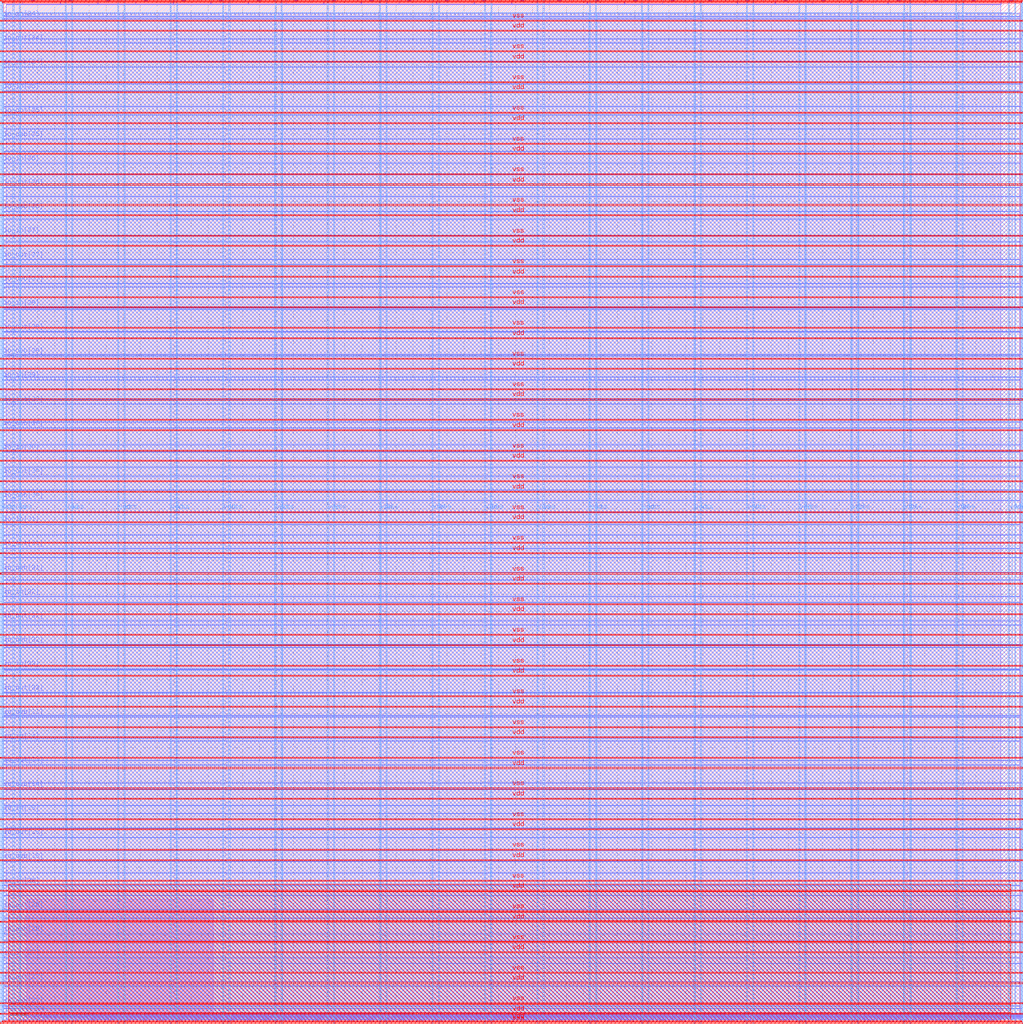
<source format=lef>
VERSION 5.7 ;
  NOWIREEXTENSIONATPIN ON ;
  DIVIDERCHAR "/" ;
  BUSBITCHARS "[]" ;
MACRO user_project_wrapper
  CLASS BLOCK ;
  FOREIGN user_project_wrapper ;
  ORIGIN 0.000 0.000 ;
  SIZE 2980.200 BY 2980.200 ;
  PIN io_in[0]
    DIRECTION INPUT ;
    USE SIGNAL ;
    PORT
      LAYER Metal3 ;
        RECT 2977.800 35.560 2985.000 36.680 ;
    END
  END io_in[0]
  PIN io_in[10]
    DIRECTION INPUT ;
    USE SIGNAL ;
    PORT
      LAYER Metal3 ;
        RECT 2977.800 2017.960 2985.000 2019.080 ;
    END
  END io_in[10]
  PIN io_in[11]
    DIRECTION INPUT ;
    USE SIGNAL ;
    PORT
      LAYER Metal3 ;
        RECT 2977.800 2216.200 2985.000 2217.320 ;
    END
  END io_in[11]
  PIN io_in[12]
    DIRECTION INPUT ;
    USE SIGNAL ;
    PORT
      LAYER Metal3 ;
        RECT 2977.800 2414.440 2985.000 2415.560 ;
    END
  END io_in[12]
  PIN io_in[13]
    DIRECTION INPUT ;
    USE SIGNAL ;
    PORT
      LAYER Metal3 ;
        RECT 2977.800 2612.680 2985.000 2613.800 ;
    END
  END io_in[13]
  PIN io_in[14]
    DIRECTION INPUT ;
    USE SIGNAL ;
    PORT
      LAYER Metal3 ;
        RECT 2977.800 2810.920 2985.000 2812.040 ;
    END
  END io_in[14]
  PIN io_in[15]
    DIRECTION INPUT ;
    USE SIGNAL ;
    PORT
      LAYER Metal2 ;
        RECT 2923.480 2977.800 2924.600 2985.000 ;
    END
  END io_in[15]
  PIN io_in[16]
    DIRECTION INPUT ;
    USE SIGNAL ;
    PORT
      LAYER Metal2 ;
        RECT 2592.520 2977.800 2593.640 2985.000 ;
    END
  END io_in[16]
  PIN io_in[17]
    DIRECTION INPUT ;
    USE SIGNAL ;
    PORT
      LAYER Metal2 ;
        RECT 2261.560 2977.800 2262.680 2985.000 ;
    END
  END io_in[17]
  PIN io_in[18]
    DIRECTION INPUT ;
    USE SIGNAL ;
    PORT
      LAYER Metal2 ;
        RECT 1930.600 2977.800 1931.720 2985.000 ;
    END
  END io_in[18]
  PIN io_in[19]
    DIRECTION INPUT ;
    USE SIGNAL ;
    PORT
      LAYER Metal2 ;
        RECT 1599.640 2977.800 1600.760 2985.000 ;
    END
  END io_in[19]
  PIN io_in[1]
    DIRECTION INPUT ;
    USE SIGNAL ;
    PORT
      LAYER Metal3 ;
        RECT 2977.800 233.800 2985.000 234.920 ;
    END
  END io_in[1]
  PIN io_in[20]
    DIRECTION INPUT ;
    USE SIGNAL ;
    PORT
      LAYER Metal2 ;
        RECT 1268.680 2977.800 1269.800 2985.000 ;
    END
  END io_in[20]
  PIN io_in[21]
    DIRECTION INPUT ;
    USE SIGNAL ;
    PORT
      LAYER Metal2 ;
        RECT 937.720 2977.800 938.840 2985.000 ;
    END
  END io_in[21]
  PIN io_in[22]
    DIRECTION INPUT ;
    USE SIGNAL ;
    PORT
      LAYER Metal2 ;
        RECT 606.760 2977.800 607.880 2985.000 ;
    END
  END io_in[22]
  PIN io_in[23]
    DIRECTION INPUT ;
    USE SIGNAL ;
    PORT
      LAYER Metal2 ;
        RECT 275.800 2977.800 276.920 2985.000 ;
    END
  END io_in[23]
  PIN io_in[24]
    DIRECTION INPUT ;
    USE SIGNAL ;
    PORT
      LAYER Metal3 ;
        RECT -4.800 2935.800 2.400 2936.920 ;
    END
  END io_in[24]
  PIN io_in[25]
    DIRECTION INPUT ;
    USE SIGNAL ;
    PORT
      LAYER Metal3 ;
        RECT -4.800 2724.120 2.400 2725.240 ;
    END
  END io_in[25]
  PIN io_in[26]
    DIRECTION INPUT ;
    USE SIGNAL ;
    PORT
      LAYER Metal3 ;
        RECT -4.800 2512.440 2.400 2513.560 ;
    END
  END io_in[26]
  PIN io_in[27]
    DIRECTION INPUT ;
    USE SIGNAL ;
    PORT
      LAYER Metal3 ;
        RECT -4.800 2300.760 2.400 2301.880 ;
    END
  END io_in[27]
  PIN io_in[28]
    DIRECTION INPUT ;
    USE SIGNAL ;
    PORT
      LAYER Metal3 ;
        RECT -4.800 2089.080 2.400 2090.200 ;
    END
  END io_in[28]
  PIN io_in[29]
    DIRECTION INPUT ;
    USE SIGNAL ;
    PORT
      LAYER Metal3 ;
        RECT -4.800 1877.400 2.400 1878.520 ;
    END
  END io_in[29]
  PIN io_in[2]
    DIRECTION INPUT ;
    USE SIGNAL ;
    PORT
      LAYER Metal3 ;
        RECT 2977.800 432.040 2985.000 433.160 ;
    END
  END io_in[2]
  PIN io_in[30]
    DIRECTION INPUT ;
    USE SIGNAL ;
    PORT
      LAYER Metal3 ;
        RECT -4.800 1665.720 2.400 1666.840 ;
    END
  END io_in[30]
  PIN io_in[31]
    DIRECTION INPUT ;
    USE SIGNAL ;
    PORT
      LAYER Metal3 ;
        RECT -4.800 1454.040 2.400 1455.160 ;
    END
  END io_in[31]
  PIN io_in[32]
    DIRECTION INPUT ;
    USE SIGNAL ;
    PORT
      LAYER Metal3 ;
        RECT -4.800 1242.360 2.400 1243.480 ;
    END
  END io_in[32]
  PIN io_in[33]
    DIRECTION INPUT ;
    USE SIGNAL ;
    PORT
      LAYER Metal3 ;
        RECT -4.800 1030.680 2.400 1031.800 ;
    END
  END io_in[33]
  PIN io_in[34]
    DIRECTION INPUT ;
    USE SIGNAL ;
    PORT
      LAYER Metal3 ;
        RECT -4.800 819.000 2.400 820.120 ;
    END
  END io_in[34]
  PIN io_in[35]
    DIRECTION INPUT ;
    USE SIGNAL ;
    PORT
      LAYER Metal3 ;
        RECT -4.800 607.320 2.400 608.440 ;
    END
  END io_in[35]
  PIN io_in[36]
    DIRECTION INPUT ;
    USE SIGNAL ;
    PORT
      LAYER Metal3 ;
        RECT -4.800 395.640 2.400 396.760 ;
    END
  END io_in[36]
  PIN io_in[37]
    DIRECTION INPUT ;
    USE SIGNAL ;
    PORT
      LAYER Metal3 ;
        RECT -4.800 183.960 2.400 185.080 ;
    END
  END io_in[37]
  PIN io_in[3]
    DIRECTION INPUT ;
    USE SIGNAL ;
    PORT
      LAYER Metal3 ;
        RECT 2977.800 630.280 2985.000 631.400 ;
    END
  END io_in[3]
  PIN io_in[4]
    DIRECTION INPUT ;
    USE SIGNAL ;
    PORT
      LAYER Metal3 ;
        RECT 2977.800 828.520 2985.000 829.640 ;
    END
  END io_in[4]
  PIN io_in[5]
    DIRECTION INPUT ;
    USE SIGNAL ;
    PORT
      LAYER Metal3 ;
        RECT 2977.800 1026.760 2985.000 1027.880 ;
    END
  END io_in[5]
  PIN io_in[6]
    DIRECTION INPUT ;
    USE SIGNAL ;
    PORT
      LAYER Metal3 ;
        RECT 2977.800 1225.000 2985.000 1226.120 ;
    END
  END io_in[6]
  PIN io_in[7]
    DIRECTION INPUT ;
    USE SIGNAL ;
    PORT
      LAYER Metal3 ;
        RECT 2977.800 1423.240 2985.000 1424.360 ;
    END
  END io_in[7]
  PIN io_in[8]
    DIRECTION INPUT ;
    USE SIGNAL ;
    PORT
      LAYER Metal3 ;
        RECT 2977.800 1621.480 2985.000 1622.600 ;
    END
  END io_in[8]
  PIN io_in[9]
    DIRECTION INPUT ;
    USE SIGNAL ;
    PORT
      LAYER Metal3 ;
        RECT 2977.800 1819.720 2985.000 1820.840 ;
    END
  END io_in[9]
  PIN io_oeb[0]
    DIRECTION OUTPUT TRISTATE ;
    USE SIGNAL ;
    PORT
      LAYER Metal3 ;
        RECT 2977.800 167.720 2985.000 168.840 ;
    END
  END io_oeb[0]
  PIN io_oeb[10]
    DIRECTION OUTPUT TRISTATE ;
    USE SIGNAL ;
    PORT
      LAYER Metal3 ;
        RECT 2977.800 2150.120 2985.000 2151.240 ;
    END
  END io_oeb[10]
  PIN io_oeb[11]
    DIRECTION OUTPUT TRISTATE ;
    USE SIGNAL ;
    PORT
      LAYER Metal3 ;
        RECT 2977.800 2348.360 2985.000 2349.480 ;
    END
  END io_oeb[11]
  PIN io_oeb[12]
    DIRECTION OUTPUT TRISTATE ;
    USE SIGNAL ;
    PORT
      LAYER Metal3 ;
        RECT 2977.800 2546.600 2985.000 2547.720 ;
    END
  END io_oeb[12]
  PIN io_oeb[13]
    DIRECTION OUTPUT TRISTATE ;
    USE SIGNAL ;
    PORT
      LAYER Metal3 ;
        RECT 2977.800 2744.840 2985.000 2745.960 ;
    END
  END io_oeb[13]
  PIN io_oeb[14]
    DIRECTION OUTPUT TRISTATE ;
    USE SIGNAL ;
    PORT
      LAYER Metal3 ;
        RECT 2977.800 2943.080 2985.000 2944.200 ;
    END
  END io_oeb[14]
  PIN io_oeb[15]
    DIRECTION OUTPUT TRISTATE ;
    USE SIGNAL ;
    PORT
      LAYER Metal2 ;
        RECT 2702.840 2977.800 2703.960 2985.000 ;
    END
  END io_oeb[15]
  PIN io_oeb[16]
    DIRECTION OUTPUT TRISTATE ;
    USE SIGNAL ;
    PORT
      LAYER Metal2 ;
        RECT 2371.880 2977.800 2373.000 2985.000 ;
    END
  END io_oeb[16]
  PIN io_oeb[17]
    DIRECTION OUTPUT TRISTATE ;
    USE SIGNAL ;
    PORT
      LAYER Metal2 ;
        RECT 2040.920 2977.800 2042.040 2985.000 ;
    END
  END io_oeb[17]
  PIN io_oeb[18]
    DIRECTION OUTPUT TRISTATE ;
    USE SIGNAL ;
    PORT
      LAYER Metal2 ;
        RECT 1709.960 2977.800 1711.080 2985.000 ;
    END
  END io_oeb[18]
  PIN io_oeb[19]
    DIRECTION OUTPUT TRISTATE ;
    USE SIGNAL ;
    PORT
      LAYER Metal2 ;
        RECT 1379.000 2977.800 1380.120 2985.000 ;
    END
  END io_oeb[19]
  PIN io_oeb[1]
    DIRECTION OUTPUT TRISTATE ;
    USE SIGNAL ;
    PORT
      LAYER Metal3 ;
        RECT 2977.800 365.960 2985.000 367.080 ;
    END
  END io_oeb[1]
  PIN io_oeb[20]
    DIRECTION OUTPUT TRISTATE ;
    USE SIGNAL ;
    PORT
      LAYER Metal2 ;
        RECT 1048.040 2977.800 1049.160 2985.000 ;
    END
  END io_oeb[20]
  PIN io_oeb[21]
    DIRECTION OUTPUT TRISTATE ;
    USE SIGNAL ;
    PORT
      LAYER Metal2 ;
        RECT 717.080 2977.800 718.200 2985.000 ;
    END
  END io_oeb[21]
  PIN io_oeb[22]
    DIRECTION OUTPUT TRISTATE ;
    USE SIGNAL ;
    PORT
      LAYER Metal2 ;
        RECT 386.120 2977.800 387.240 2985.000 ;
    END
  END io_oeb[22]
  PIN io_oeb[23]
    DIRECTION OUTPUT TRISTATE ;
    USE SIGNAL ;
    PORT
      LAYER Metal2 ;
        RECT 55.160 2977.800 56.280 2985.000 ;
    END
  END io_oeb[23]
  PIN io_oeb[24]
    DIRECTION OUTPUT TRISTATE ;
    USE SIGNAL ;
    PORT
      LAYER Metal3 ;
        RECT -4.800 2794.680 2.400 2795.800 ;
    END
  END io_oeb[24]
  PIN io_oeb[25]
    DIRECTION OUTPUT TRISTATE ;
    USE SIGNAL ;
    PORT
      LAYER Metal3 ;
        RECT -4.800 2583.000 2.400 2584.120 ;
    END
  END io_oeb[25]
  PIN io_oeb[26]
    DIRECTION OUTPUT TRISTATE ;
    USE SIGNAL ;
    PORT
      LAYER Metal3 ;
        RECT -4.800 2371.320 2.400 2372.440 ;
    END
  END io_oeb[26]
  PIN io_oeb[27]
    DIRECTION OUTPUT TRISTATE ;
    USE SIGNAL ;
    PORT
      LAYER Metal3 ;
        RECT -4.800 2159.640 2.400 2160.760 ;
    END
  END io_oeb[27]
  PIN io_oeb[28]
    DIRECTION OUTPUT TRISTATE ;
    USE SIGNAL ;
    PORT
      LAYER Metal3 ;
        RECT -4.800 1947.960 2.400 1949.080 ;
    END
  END io_oeb[28]
  PIN io_oeb[29]
    DIRECTION OUTPUT TRISTATE ;
    USE SIGNAL ;
    PORT
      LAYER Metal3 ;
        RECT -4.800 1736.280 2.400 1737.400 ;
    END
  END io_oeb[29]
  PIN io_oeb[2]
    DIRECTION OUTPUT TRISTATE ;
    USE SIGNAL ;
    PORT
      LAYER Metal3 ;
        RECT 2977.800 564.200 2985.000 565.320 ;
    END
  END io_oeb[2]
  PIN io_oeb[30]
    DIRECTION OUTPUT TRISTATE ;
    USE SIGNAL ;
    PORT
      LAYER Metal3 ;
        RECT -4.800 1524.600 2.400 1525.720 ;
    END
  END io_oeb[30]
  PIN io_oeb[31]
    DIRECTION OUTPUT TRISTATE ;
    USE SIGNAL ;
    PORT
      LAYER Metal3 ;
        RECT -4.800 1312.920 2.400 1314.040 ;
    END
  END io_oeb[31]
  PIN io_oeb[32]
    DIRECTION OUTPUT TRISTATE ;
    USE SIGNAL ;
    PORT
      LAYER Metal3 ;
        RECT -4.800 1101.240 2.400 1102.360 ;
    END
  END io_oeb[32]
  PIN io_oeb[33]
    DIRECTION OUTPUT TRISTATE ;
    USE SIGNAL ;
    PORT
      LAYER Metal3 ;
        RECT -4.800 889.560 2.400 890.680 ;
    END
  END io_oeb[33]
  PIN io_oeb[34]
    DIRECTION OUTPUT TRISTATE ;
    USE SIGNAL ;
    PORT
      LAYER Metal3 ;
        RECT -4.800 677.880 2.400 679.000 ;
    END
  END io_oeb[34]
  PIN io_oeb[35]
    DIRECTION OUTPUT TRISTATE ;
    USE SIGNAL ;
    PORT
      LAYER Metal3 ;
        RECT -4.800 466.200 2.400 467.320 ;
    END
  END io_oeb[35]
  PIN io_oeb[36]
    DIRECTION OUTPUT TRISTATE ;
    USE SIGNAL ;
    PORT
      LAYER Metal3 ;
        RECT -4.800 254.520 2.400 255.640 ;
    END
  END io_oeb[36]
  PIN io_oeb[37]
    DIRECTION OUTPUT TRISTATE ;
    USE SIGNAL ;
    PORT
      LAYER Metal3 ;
        RECT -4.800 42.840 2.400 43.960 ;
    END
  END io_oeb[37]
  PIN io_oeb[3]
    DIRECTION OUTPUT TRISTATE ;
    USE SIGNAL ;
    PORT
      LAYER Metal3 ;
        RECT 2977.800 762.440 2985.000 763.560 ;
    END
  END io_oeb[3]
  PIN io_oeb[4]
    DIRECTION OUTPUT TRISTATE ;
    USE SIGNAL ;
    PORT
      LAYER Metal3 ;
        RECT 2977.800 960.680 2985.000 961.800 ;
    END
  END io_oeb[4]
  PIN io_oeb[5]
    DIRECTION OUTPUT TRISTATE ;
    USE SIGNAL ;
    PORT
      LAYER Metal3 ;
        RECT 2977.800 1158.920 2985.000 1160.040 ;
    END
  END io_oeb[5]
  PIN io_oeb[6]
    DIRECTION OUTPUT TRISTATE ;
    USE SIGNAL ;
    PORT
      LAYER Metal3 ;
        RECT 2977.800 1357.160 2985.000 1358.280 ;
    END
  END io_oeb[6]
  PIN io_oeb[7]
    DIRECTION OUTPUT TRISTATE ;
    USE SIGNAL ;
    PORT
      LAYER Metal3 ;
        RECT 2977.800 1555.400 2985.000 1556.520 ;
    END
  END io_oeb[7]
  PIN io_oeb[8]
    DIRECTION OUTPUT TRISTATE ;
    USE SIGNAL ;
    PORT
      LAYER Metal3 ;
        RECT 2977.800 1753.640 2985.000 1754.760 ;
    END
  END io_oeb[8]
  PIN io_oeb[9]
    DIRECTION OUTPUT TRISTATE ;
    USE SIGNAL ;
    PORT
      LAYER Metal3 ;
        RECT 2977.800 1951.880 2985.000 1953.000 ;
    END
  END io_oeb[9]
  PIN io_out[0]
    DIRECTION OUTPUT TRISTATE ;
    USE SIGNAL ;
    PORT
      LAYER Metal3 ;
        RECT 2977.800 101.640 2985.000 102.760 ;
    END
  END io_out[0]
  PIN io_out[10]
    DIRECTION OUTPUT TRISTATE ;
    USE SIGNAL ;
    PORT
      LAYER Metal3 ;
        RECT 2977.800 2084.040 2985.000 2085.160 ;
    END
  END io_out[10]
  PIN io_out[11]
    DIRECTION OUTPUT TRISTATE ;
    USE SIGNAL ;
    PORT
      LAYER Metal3 ;
        RECT 2977.800 2282.280 2985.000 2283.400 ;
    END
  END io_out[11]
  PIN io_out[12]
    DIRECTION OUTPUT TRISTATE ;
    USE SIGNAL ;
    PORT
      LAYER Metal3 ;
        RECT 2977.800 2480.520 2985.000 2481.640 ;
    END
  END io_out[12]
  PIN io_out[13]
    DIRECTION OUTPUT TRISTATE ;
    USE SIGNAL ;
    PORT
      LAYER Metal3 ;
        RECT 2977.800 2678.760 2985.000 2679.880 ;
    END
  END io_out[13]
  PIN io_out[14]
    DIRECTION OUTPUT TRISTATE ;
    USE SIGNAL ;
    PORT
      LAYER Metal3 ;
        RECT 2977.800 2877.000 2985.000 2878.120 ;
    END
  END io_out[14]
  PIN io_out[15]
    DIRECTION OUTPUT TRISTATE ;
    USE SIGNAL ;
    PORT
      LAYER Metal2 ;
        RECT 2813.160 2977.800 2814.280 2985.000 ;
    END
  END io_out[15]
  PIN io_out[16]
    DIRECTION OUTPUT TRISTATE ;
    USE SIGNAL ;
    PORT
      LAYER Metal2 ;
        RECT 2482.200 2977.800 2483.320 2985.000 ;
    END
  END io_out[16]
  PIN io_out[17]
    DIRECTION OUTPUT TRISTATE ;
    USE SIGNAL ;
    PORT
      LAYER Metal2 ;
        RECT 2151.240 2977.800 2152.360 2985.000 ;
    END
  END io_out[17]
  PIN io_out[18]
    DIRECTION OUTPUT TRISTATE ;
    USE SIGNAL ;
    PORT
      LAYER Metal2 ;
        RECT 1820.280 2977.800 1821.400 2985.000 ;
    END
  END io_out[18]
  PIN io_out[19]
    DIRECTION OUTPUT TRISTATE ;
    USE SIGNAL ;
    PORT
      LAYER Metal2 ;
        RECT 1489.320 2977.800 1490.440 2985.000 ;
    END
  END io_out[19]
  PIN io_out[1]
    DIRECTION OUTPUT TRISTATE ;
    USE SIGNAL ;
    PORT
      LAYER Metal3 ;
        RECT 2977.800 299.880 2985.000 301.000 ;
    END
  END io_out[1]
  PIN io_out[20]
    DIRECTION OUTPUT TRISTATE ;
    USE SIGNAL ;
    PORT
      LAYER Metal2 ;
        RECT 1158.360 2977.800 1159.480 2985.000 ;
    END
  END io_out[20]
  PIN io_out[21]
    DIRECTION OUTPUT TRISTATE ;
    USE SIGNAL ;
    PORT
      LAYER Metal2 ;
        RECT 827.400 2977.800 828.520 2985.000 ;
    END
  END io_out[21]
  PIN io_out[22]
    DIRECTION OUTPUT TRISTATE ;
    USE SIGNAL ;
    PORT
      LAYER Metal2 ;
        RECT 496.440 2977.800 497.560 2985.000 ;
    END
  END io_out[22]
  PIN io_out[23]
    DIRECTION OUTPUT TRISTATE ;
    USE SIGNAL ;
    PORT
      LAYER Metal2 ;
        RECT 165.480 2977.800 166.600 2985.000 ;
    END
  END io_out[23]
  PIN io_out[24]
    DIRECTION OUTPUT TRISTATE ;
    USE SIGNAL ;
    PORT
      LAYER Metal3 ;
        RECT -4.800 2865.240 2.400 2866.360 ;
    END
  END io_out[24]
  PIN io_out[25]
    DIRECTION OUTPUT TRISTATE ;
    USE SIGNAL ;
    PORT
      LAYER Metal3 ;
        RECT -4.800 2653.560 2.400 2654.680 ;
    END
  END io_out[25]
  PIN io_out[26]
    DIRECTION OUTPUT TRISTATE ;
    USE SIGNAL ;
    PORT
      LAYER Metal3 ;
        RECT -4.800 2441.880 2.400 2443.000 ;
    END
  END io_out[26]
  PIN io_out[27]
    DIRECTION OUTPUT TRISTATE ;
    USE SIGNAL ;
    PORT
      LAYER Metal3 ;
        RECT -4.800 2230.200 2.400 2231.320 ;
    END
  END io_out[27]
  PIN io_out[28]
    DIRECTION OUTPUT TRISTATE ;
    USE SIGNAL ;
    PORT
      LAYER Metal3 ;
        RECT -4.800 2018.520 2.400 2019.640 ;
    END
  END io_out[28]
  PIN io_out[29]
    DIRECTION OUTPUT TRISTATE ;
    USE SIGNAL ;
    PORT
      LAYER Metal3 ;
        RECT -4.800 1806.840 2.400 1807.960 ;
    END
  END io_out[29]
  PIN io_out[2]
    DIRECTION OUTPUT TRISTATE ;
    USE SIGNAL ;
    PORT
      LAYER Metal3 ;
        RECT 2977.800 498.120 2985.000 499.240 ;
    END
  END io_out[2]
  PIN io_out[30]
    DIRECTION OUTPUT TRISTATE ;
    USE SIGNAL ;
    PORT
      LAYER Metal3 ;
        RECT -4.800 1595.160 2.400 1596.280 ;
    END
  END io_out[30]
  PIN io_out[31]
    DIRECTION OUTPUT TRISTATE ;
    USE SIGNAL ;
    PORT
      LAYER Metal3 ;
        RECT -4.800 1383.480 2.400 1384.600 ;
    END
  END io_out[31]
  PIN io_out[32]
    DIRECTION OUTPUT TRISTATE ;
    USE SIGNAL ;
    PORT
      LAYER Metal3 ;
        RECT -4.800 1171.800 2.400 1172.920 ;
    END
  END io_out[32]
  PIN io_out[33]
    DIRECTION OUTPUT TRISTATE ;
    USE SIGNAL ;
    PORT
      LAYER Metal3 ;
        RECT -4.800 960.120 2.400 961.240 ;
    END
  END io_out[33]
  PIN io_out[34]
    DIRECTION OUTPUT TRISTATE ;
    USE SIGNAL ;
    PORT
      LAYER Metal3 ;
        RECT -4.800 748.440 2.400 749.560 ;
    END
  END io_out[34]
  PIN io_out[35]
    DIRECTION OUTPUT TRISTATE ;
    USE SIGNAL ;
    PORT
      LAYER Metal3 ;
        RECT -4.800 536.760 2.400 537.880 ;
    END
  END io_out[35]
  PIN io_out[36]
    DIRECTION OUTPUT TRISTATE ;
    USE SIGNAL ;
    PORT
      LAYER Metal3 ;
        RECT -4.800 325.080 2.400 326.200 ;
    END
  END io_out[36]
  PIN io_out[37]
    DIRECTION OUTPUT TRISTATE ;
    USE SIGNAL ;
    PORT
      LAYER Metal3 ;
        RECT -4.800 113.400 2.400 114.520 ;
    END
  END io_out[37]
  PIN io_out[3]
    DIRECTION OUTPUT TRISTATE ;
    USE SIGNAL ;
    PORT
      LAYER Metal3 ;
        RECT 2977.800 696.360 2985.000 697.480 ;
    END
  END io_out[3]
  PIN io_out[4]
    DIRECTION OUTPUT TRISTATE ;
    USE SIGNAL ;
    PORT
      LAYER Metal3 ;
        RECT 2977.800 894.600 2985.000 895.720 ;
    END
  END io_out[4]
  PIN io_out[5]
    DIRECTION OUTPUT TRISTATE ;
    USE SIGNAL ;
    PORT
      LAYER Metal3 ;
        RECT 2977.800 1092.840 2985.000 1093.960 ;
    END
  END io_out[5]
  PIN io_out[6]
    DIRECTION OUTPUT TRISTATE ;
    USE SIGNAL ;
    PORT
      LAYER Metal3 ;
        RECT 2977.800 1291.080 2985.000 1292.200 ;
    END
  END io_out[6]
  PIN io_out[7]
    DIRECTION OUTPUT TRISTATE ;
    USE SIGNAL ;
    PORT
      LAYER Metal3 ;
        RECT 2977.800 1489.320 2985.000 1490.440 ;
    END
  END io_out[7]
  PIN io_out[8]
    DIRECTION OUTPUT TRISTATE ;
    USE SIGNAL ;
    PORT
      LAYER Metal3 ;
        RECT 2977.800 1687.560 2985.000 1688.680 ;
    END
  END io_out[8]
  PIN io_out[9]
    DIRECTION OUTPUT TRISTATE ;
    USE SIGNAL ;
    PORT
      LAYER Metal3 ;
        RECT 2977.800 1885.800 2985.000 1886.920 ;
    END
  END io_out[9]
  PIN la_data_in[0]
    DIRECTION INPUT ;
    USE SIGNAL ;
    PORT
      LAYER Metal2 ;
        RECT 1065.960 -4.800 1067.080 2.400 ;
    END
  END la_data_in[0]
  PIN la_data_in[10]
    DIRECTION INPUT ;
    USE SIGNAL ;
    PORT
      LAYER Metal2 ;
        RECT 1351.560 -4.800 1352.680 2.400 ;
    END
  END la_data_in[10]
  PIN la_data_in[11]
    DIRECTION INPUT ;
    USE SIGNAL ;
    PORT
      LAYER Metal2 ;
        RECT 1380.120 -4.800 1381.240 2.400 ;
    END
  END la_data_in[11]
  PIN la_data_in[12]
    DIRECTION INPUT ;
    USE SIGNAL ;
    PORT
      LAYER Metal2 ;
        RECT 1408.680 -4.800 1409.800 2.400 ;
    END
  END la_data_in[12]
  PIN la_data_in[13]
    DIRECTION INPUT ;
    USE SIGNAL ;
    PORT
      LAYER Metal2 ;
        RECT 1437.240 -4.800 1438.360 2.400 ;
    END
  END la_data_in[13]
  PIN la_data_in[14]
    DIRECTION INPUT ;
    USE SIGNAL ;
    PORT
      LAYER Metal2 ;
        RECT 1465.800 -4.800 1466.920 2.400 ;
    END
  END la_data_in[14]
  PIN la_data_in[15]
    DIRECTION INPUT ;
    USE SIGNAL ;
    PORT
      LAYER Metal2 ;
        RECT 1494.360 -4.800 1495.480 2.400 ;
    END
  END la_data_in[15]
  PIN la_data_in[16]
    DIRECTION INPUT ;
    USE SIGNAL ;
    PORT
      LAYER Metal2 ;
        RECT 1522.920 -4.800 1524.040 2.400 ;
    END
  END la_data_in[16]
  PIN la_data_in[17]
    DIRECTION INPUT ;
    USE SIGNAL ;
    PORT
      LAYER Metal2 ;
        RECT 1551.480 -4.800 1552.600 2.400 ;
    END
  END la_data_in[17]
  PIN la_data_in[18]
    DIRECTION INPUT ;
    USE SIGNAL ;
    PORT
      LAYER Metal2 ;
        RECT 1580.040 -4.800 1581.160 2.400 ;
    END
  END la_data_in[18]
  PIN la_data_in[19]
    DIRECTION INPUT ;
    USE SIGNAL ;
    PORT
      LAYER Metal2 ;
        RECT 1608.600 -4.800 1609.720 2.400 ;
    END
  END la_data_in[19]
  PIN la_data_in[1]
    DIRECTION INPUT ;
    USE SIGNAL ;
    PORT
      LAYER Metal2 ;
        RECT 1094.520 -4.800 1095.640 2.400 ;
    END
  END la_data_in[1]
  PIN la_data_in[20]
    DIRECTION INPUT ;
    USE SIGNAL ;
    PORT
      LAYER Metal2 ;
        RECT 1637.160 -4.800 1638.280 2.400 ;
    END
  END la_data_in[20]
  PIN la_data_in[21]
    DIRECTION INPUT ;
    USE SIGNAL ;
    PORT
      LAYER Metal2 ;
        RECT 1665.720 -4.800 1666.840 2.400 ;
    END
  END la_data_in[21]
  PIN la_data_in[22]
    DIRECTION INPUT ;
    USE SIGNAL ;
    PORT
      LAYER Metal2 ;
        RECT 1694.280 -4.800 1695.400 2.400 ;
    END
  END la_data_in[22]
  PIN la_data_in[23]
    DIRECTION INPUT ;
    USE SIGNAL ;
    PORT
      LAYER Metal2 ;
        RECT 1722.840 -4.800 1723.960 2.400 ;
    END
  END la_data_in[23]
  PIN la_data_in[24]
    DIRECTION INPUT ;
    USE SIGNAL ;
    PORT
      LAYER Metal2 ;
        RECT 1751.400 -4.800 1752.520 2.400 ;
    END
  END la_data_in[24]
  PIN la_data_in[25]
    DIRECTION INPUT ;
    USE SIGNAL ;
    PORT
      LAYER Metal2 ;
        RECT 1779.960 -4.800 1781.080 2.400 ;
    END
  END la_data_in[25]
  PIN la_data_in[26]
    DIRECTION INPUT ;
    USE SIGNAL ;
    PORT
      LAYER Metal2 ;
        RECT 1808.520 -4.800 1809.640 2.400 ;
    END
  END la_data_in[26]
  PIN la_data_in[27]
    DIRECTION INPUT ;
    USE SIGNAL ;
    PORT
      LAYER Metal2 ;
        RECT 1837.080 -4.800 1838.200 2.400 ;
    END
  END la_data_in[27]
  PIN la_data_in[28]
    DIRECTION INPUT ;
    USE SIGNAL ;
    PORT
      LAYER Metal2 ;
        RECT 1865.640 -4.800 1866.760 2.400 ;
    END
  END la_data_in[28]
  PIN la_data_in[29]
    DIRECTION INPUT ;
    USE SIGNAL ;
    PORT
      LAYER Metal2 ;
        RECT 1894.200 -4.800 1895.320 2.400 ;
    END
  END la_data_in[29]
  PIN la_data_in[2]
    DIRECTION INPUT ;
    USE SIGNAL ;
    PORT
      LAYER Metal2 ;
        RECT 1123.080 -4.800 1124.200 2.400 ;
    END
  END la_data_in[2]
  PIN la_data_in[30]
    DIRECTION INPUT ;
    USE SIGNAL ;
    PORT
      LAYER Metal2 ;
        RECT 1922.760 -4.800 1923.880 2.400 ;
    END
  END la_data_in[30]
  PIN la_data_in[31]
    DIRECTION INPUT ;
    USE SIGNAL ;
    PORT
      LAYER Metal2 ;
        RECT 1951.320 -4.800 1952.440 2.400 ;
    END
  END la_data_in[31]
  PIN la_data_in[32]
    DIRECTION INPUT ;
    USE SIGNAL ;
    PORT
      LAYER Metal2 ;
        RECT 1979.880 -4.800 1981.000 2.400 ;
    END
  END la_data_in[32]
  PIN la_data_in[33]
    DIRECTION INPUT ;
    USE SIGNAL ;
    PORT
      LAYER Metal2 ;
        RECT 2008.440 -4.800 2009.560 2.400 ;
    END
  END la_data_in[33]
  PIN la_data_in[34]
    DIRECTION INPUT ;
    USE SIGNAL ;
    PORT
      LAYER Metal2 ;
        RECT 2037.000 -4.800 2038.120 2.400 ;
    END
  END la_data_in[34]
  PIN la_data_in[35]
    DIRECTION INPUT ;
    USE SIGNAL ;
    PORT
      LAYER Metal2 ;
        RECT 2065.560 -4.800 2066.680 2.400 ;
    END
  END la_data_in[35]
  PIN la_data_in[36]
    DIRECTION INPUT ;
    USE SIGNAL ;
    PORT
      LAYER Metal2 ;
        RECT 2094.120 -4.800 2095.240 2.400 ;
    END
  END la_data_in[36]
  PIN la_data_in[37]
    DIRECTION INPUT ;
    USE SIGNAL ;
    PORT
      LAYER Metal2 ;
        RECT 2122.680 -4.800 2123.800 2.400 ;
    END
  END la_data_in[37]
  PIN la_data_in[38]
    DIRECTION INPUT ;
    USE SIGNAL ;
    PORT
      LAYER Metal2 ;
        RECT 2151.240 -4.800 2152.360 2.400 ;
    END
  END la_data_in[38]
  PIN la_data_in[39]
    DIRECTION INPUT ;
    USE SIGNAL ;
    PORT
      LAYER Metal2 ;
        RECT 2179.800 -4.800 2180.920 2.400 ;
    END
  END la_data_in[39]
  PIN la_data_in[3]
    DIRECTION INPUT ;
    USE SIGNAL ;
    PORT
      LAYER Metal2 ;
        RECT 1151.640 -4.800 1152.760 2.400 ;
    END
  END la_data_in[3]
  PIN la_data_in[40]
    DIRECTION INPUT ;
    USE SIGNAL ;
    PORT
      LAYER Metal2 ;
        RECT 2208.360 -4.800 2209.480 2.400 ;
    END
  END la_data_in[40]
  PIN la_data_in[41]
    DIRECTION INPUT ;
    USE SIGNAL ;
    PORT
      LAYER Metal2 ;
        RECT 2236.920 -4.800 2238.040 2.400 ;
    END
  END la_data_in[41]
  PIN la_data_in[42]
    DIRECTION INPUT ;
    USE SIGNAL ;
    PORT
      LAYER Metal2 ;
        RECT 2265.480 -4.800 2266.600 2.400 ;
    END
  END la_data_in[42]
  PIN la_data_in[43]
    DIRECTION INPUT ;
    USE SIGNAL ;
    PORT
      LAYER Metal2 ;
        RECT 2294.040 -4.800 2295.160 2.400 ;
    END
  END la_data_in[43]
  PIN la_data_in[44]
    DIRECTION INPUT ;
    USE SIGNAL ;
    PORT
      LAYER Metal2 ;
        RECT 2322.600 -4.800 2323.720 2.400 ;
    END
  END la_data_in[44]
  PIN la_data_in[45]
    DIRECTION INPUT ;
    USE SIGNAL ;
    PORT
      LAYER Metal2 ;
        RECT 2351.160 -4.800 2352.280 2.400 ;
    END
  END la_data_in[45]
  PIN la_data_in[46]
    DIRECTION INPUT ;
    USE SIGNAL ;
    PORT
      LAYER Metal2 ;
        RECT 2379.720 -4.800 2380.840 2.400 ;
    END
  END la_data_in[46]
  PIN la_data_in[47]
    DIRECTION INPUT ;
    USE SIGNAL ;
    PORT
      LAYER Metal2 ;
        RECT 2408.280 -4.800 2409.400 2.400 ;
    END
  END la_data_in[47]
  PIN la_data_in[48]
    DIRECTION INPUT ;
    USE SIGNAL ;
    PORT
      LAYER Metal2 ;
        RECT 2436.840 -4.800 2437.960 2.400 ;
    END
  END la_data_in[48]
  PIN la_data_in[49]
    DIRECTION INPUT ;
    USE SIGNAL ;
    PORT
      LAYER Metal2 ;
        RECT 2465.400 -4.800 2466.520 2.400 ;
    END
  END la_data_in[49]
  PIN la_data_in[4]
    DIRECTION INPUT ;
    USE SIGNAL ;
    PORT
      LAYER Metal2 ;
        RECT 1180.200 -4.800 1181.320 2.400 ;
    END
  END la_data_in[4]
  PIN la_data_in[50]
    DIRECTION INPUT ;
    USE SIGNAL ;
    PORT
      LAYER Metal2 ;
        RECT 2493.960 -4.800 2495.080 2.400 ;
    END
  END la_data_in[50]
  PIN la_data_in[51]
    DIRECTION INPUT ;
    USE SIGNAL ;
    PORT
      LAYER Metal2 ;
        RECT 2522.520 -4.800 2523.640 2.400 ;
    END
  END la_data_in[51]
  PIN la_data_in[52]
    DIRECTION INPUT ;
    USE SIGNAL ;
    PORT
      LAYER Metal2 ;
        RECT 2551.080 -4.800 2552.200 2.400 ;
    END
  END la_data_in[52]
  PIN la_data_in[53]
    DIRECTION INPUT ;
    USE SIGNAL ;
    PORT
      LAYER Metal2 ;
        RECT 2579.640 -4.800 2580.760 2.400 ;
    END
  END la_data_in[53]
  PIN la_data_in[54]
    DIRECTION INPUT ;
    USE SIGNAL ;
    PORT
      LAYER Metal2 ;
        RECT 2608.200 -4.800 2609.320 2.400 ;
    END
  END la_data_in[54]
  PIN la_data_in[55]
    DIRECTION INPUT ;
    USE SIGNAL ;
    PORT
      LAYER Metal2 ;
        RECT 2636.760 -4.800 2637.880 2.400 ;
    END
  END la_data_in[55]
  PIN la_data_in[56]
    DIRECTION INPUT ;
    USE SIGNAL ;
    PORT
      LAYER Metal2 ;
        RECT 2665.320 -4.800 2666.440 2.400 ;
    END
  END la_data_in[56]
  PIN la_data_in[57]
    DIRECTION INPUT ;
    USE SIGNAL ;
    PORT
      LAYER Metal2 ;
        RECT 2693.880 -4.800 2695.000 2.400 ;
    END
  END la_data_in[57]
  PIN la_data_in[58]
    DIRECTION INPUT ;
    USE SIGNAL ;
    PORT
      LAYER Metal2 ;
        RECT 2722.440 -4.800 2723.560 2.400 ;
    END
  END la_data_in[58]
  PIN la_data_in[59]
    DIRECTION INPUT ;
    USE SIGNAL ;
    PORT
      LAYER Metal2 ;
        RECT 2751.000 -4.800 2752.120 2.400 ;
    END
  END la_data_in[59]
  PIN la_data_in[5]
    DIRECTION INPUT ;
    USE SIGNAL ;
    PORT
      LAYER Metal2 ;
        RECT 1208.760 -4.800 1209.880 2.400 ;
    END
  END la_data_in[5]
  PIN la_data_in[60]
    DIRECTION INPUT ;
    USE SIGNAL ;
    PORT
      LAYER Metal2 ;
        RECT 2779.560 -4.800 2780.680 2.400 ;
    END
  END la_data_in[60]
  PIN la_data_in[61]
    DIRECTION INPUT ;
    USE SIGNAL ;
    PORT
      LAYER Metal2 ;
        RECT 2808.120 -4.800 2809.240 2.400 ;
    END
  END la_data_in[61]
  PIN la_data_in[62]
    DIRECTION INPUT ;
    USE SIGNAL ;
    PORT
      LAYER Metal2 ;
        RECT 2836.680 -4.800 2837.800 2.400 ;
    END
  END la_data_in[62]
  PIN la_data_in[63]
    DIRECTION INPUT ;
    USE SIGNAL ;
    PORT
      LAYER Metal2 ;
        RECT 2865.240 -4.800 2866.360 2.400 ;
    END
  END la_data_in[63]
  PIN la_data_in[6]
    DIRECTION INPUT ;
    USE SIGNAL ;
    PORT
      LAYER Metal2 ;
        RECT 1237.320 -4.800 1238.440 2.400 ;
    END
  END la_data_in[6]
  PIN la_data_in[7]
    DIRECTION INPUT ;
    USE SIGNAL ;
    PORT
      LAYER Metal2 ;
        RECT 1265.880 -4.800 1267.000 2.400 ;
    END
  END la_data_in[7]
  PIN la_data_in[8]
    DIRECTION INPUT ;
    USE SIGNAL ;
    PORT
      LAYER Metal2 ;
        RECT 1294.440 -4.800 1295.560 2.400 ;
    END
  END la_data_in[8]
  PIN la_data_in[9]
    DIRECTION INPUT ;
    USE SIGNAL ;
    PORT
      LAYER Metal2 ;
        RECT 1323.000 -4.800 1324.120 2.400 ;
    END
  END la_data_in[9]
  PIN la_data_out[0]
    DIRECTION OUTPUT TRISTATE ;
    USE SIGNAL ;
    PORT
      LAYER Metal2 ;
        RECT 1075.480 -4.800 1076.600 2.400 ;
    END
  END la_data_out[0]
  PIN la_data_out[10]
    DIRECTION OUTPUT TRISTATE ;
    USE SIGNAL ;
    PORT
      LAYER Metal2 ;
        RECT 1361.080 -4.800 1362.200 2.400 ;
    END
  END la_data_out[10]
  PIN la_data_out[11]
    DIRECTION OUTPUT TRISTATE ;
    USE SIGNAL ;
    PORT
      LAYER Metal2 ;
        RECT 1389.640 -4.800 1390.760 2.400 ;
    END
  END la_data_out[11]
  PIN la_data_out[12]
    DIRECTION OUTPUT TRISTATE ;
    USE SIGNAL ;
    PORT
      LAYER Metal2 ;
        RECT 1418.200 -4.800 1419.320 2.400 ;
    END
  END la_data_out[12]
  PIN la_data_out[13]
    DIRECTION OUTPUT TRISTATE ;
    USE SIGNAL ;
    PORT
      LAYER Metal2 ;
        RECT 1446.760 -4.800 1447.880 2.400 ;
    END
  END la_data_out[13]
  PIN la_data_out[14]
    DIRECTION OUTPUT TRISTATE ;
    USE SIGNAL ;
    PORT
      LAYER Metal2 ;
        RECT 1475.320 -4.800 1476.440 2.400 ;
    END
  END la_data_out[14]
  PIN la_data_out[15]
    DIRECTION OUTPUT TRISTATE ;
    USE SIGNAL ;
    PORT
      LAYER Metal2 ;
        RECT 1503.880 -4.800 1505.000 2.400 ;
    END
  END la_data_out[15]
  PIN la_data_out[16]
    DIRECTION OUTPUT TRISTATE ;
    USE SIGNAL ;
    PORT
      LAYER Metal2 ;
        RECT 1532.440 -4.800 1533.560 2.400 ;
    END
  END la_data_out[16]
  PIN la_data_out[17]
    DIRECTION OUTPUT TRISTATE ;
    USE SIGNAL ;
    PORT
      LAYER Metal2 ;
        RECT 1561.000 -4.800 1562.120 2.400 ;
    END
  END la_data_out[17]
  PIN la_data_out[18]
    DIRECTION OUTPUT TRISTATE ;
    USE SIGNAL ;
    PORT
      LAYER Metal2 ;
        RECT 1589.560 -4.800 1590.680 2.400 ;
    END
  END la_data_out[18]
  PIN la_data_out[19]
    DIRECTION OUTPUT TRISTATE ;
    USE SIGNAL ;
    PORT
      LAYER Metal2 ;
        RECT 1618.120 -4.800 1619.240 2.400 ;
    END
  END la_data_out[19]
  PIN la_data_out[1]
    DIRECTION OUTPUT TRISTATE ;
    USE SIGNAL ;
    PORT
      LAYER Metal2 ;
        RECT 1104.040 -4.800 1105.160 2.400 ;
    END
  END la_data_out[1]
  PIN la_data_out[20]
    DIRECTION OUTPUT TRISTATE ;
    USE SIGNAL ;
    PORT
      LAYER Metal2 ;
        RECT 1646.680 -4.800 1647.800 2.400 ;
    END
  END la_data_out[20]
  PIN la_data_out[21]
    DIRECTION OUTPUT TRISTATE ;
    USE SIGNAL ;
    PORT
      LAYER Metal2 ;
        RECT 1675.240 -4.800 1676.360 2.400 ;
    END
  END la_data_out[21]
  PIN la_data_out[22]
    DIRECTION OUTPUT TRISTATE ;
    USE SIGNAL ;
    PORT
      LAYER Metal2 ;
        RECT 1703.800 -4.800 1704.920 2.400 ;
    END
  END la_data_out[22]
  PIN la_data_out[23]
    DIRECTION OUTPUT TRISTATE ;
    USE SIGNAL ;
    PORT
      LAYER Metal2 ;
        RECT 1732.360 -4.800 1733.480 2.400 ;
    END
  END la_data_out[23]
  PIN la_data_out[24]
    DIRECTION OUTPUT TRISTATE ;
    USE SIGNAL ;
    PORT
      LAYER Metal2 ;
        RECT 1760.920 -4.800 1762.040 2.400 ;
    END
  END la_data_out[24]
  PIN la_data_out[25]
    DIRECTION OUTPUT TRISTATE ;
    USE SIGNAL ;
    PORT
      LAYER Metal2 ;
        RECT 1789.480 -4.800 1790.600 2.400 ;
    END
  END la_data_out[25]
  PIN la_data_out[26]
    DIRECTION OUTPUT TRISTATE ;
    USE SIGNAL ;
    PORT
      LAYER Metal2 ;
        RECT 1818.040 -4.800 1819.160 2.400 ;
    END
  END la_data_out[26]
  PIN la_data_out[27]
    DIRECTION OUTPUT TRISTATE ;
    USE SIGNAL ;
    PORT
      LAYER Metal2 ;
        RECT 1846.600 -4.800 1847.720 2.400 ;
    END
  END la_data_out[27]
  PIN la_data_out[28]
    DIRECTION OUTPUT TRISTATE ;
    USE SIGNAL ;
    PORT
      LAYER Metal2 ;
        RECT 1875.160 -4.800 1876.280 2.400 ;
    END
  END la_data_out[28]
  PIN la_data_out[29]
    DIRECTION OUTPUT TRISTATE ;
    USE SIGNAL ;
    PORT
      LAYER Metal2 ;
        RECT 1903.720 -4.800 1904.840 2.400 ;
    END
  END la_data_out[29]
  PIN la_data_out[2]
    DIRECTION OUTPUT TRISTATE ;
    USE SIGNAL ;
    PORT
      LAYER Metal2 ;
        RECT 1132.600 -4.800 1133.720 2.400 ;
    END
  END la_data_out[2]
  PIN la_data_out[30]
    DIRECTION OUTPUT TRISTATE ;
    USE SIGNAL ;
    PORT
      LAYER Metal2 ;
        RECT 1932.280 -4.800 1933.400 2.400 ;
    END
  END la_data_out[30]
  PIN la_data_out[31]
    DIRECTION OUTPUT TRISTATE ;
    USE SIGNAL ;
    PORT
      LAYER Metal2 ;
        RECT 1960.840 -4.800 1961.960 2.400 ;
    END
  END la_data_out[31]
  PIN la_data_out[32]
    DIRECTION OUTPUT TRISTATE ;
    USE SIGNAL ;
    PORT
      LAYER Metal2 ;
        RECT 1989.400 -4.800 1990.520 2.400 ;
    END
  END la_data_out[32]
  PIN la_data_out[33]
    DIRECTION OUTPUT TRISTATE ;
    USE SIGNAL ;
    PORT
      LAYER Metal2 ;
        RECT 2017.960 -4.800 2019.080 2.400 ;
    END
  END la_data_out[33]
  PIN la_data_out[34]
    DIRECTION OUTPUT TRISTATE ;
    USE SIGNAL ;
    PORT
      LAYER Metal2 ;
        RECT 2046.520 -4.800 2047.640 2.400 ;
    END
  END la_data_out[34]
  PIN la_data_out[35]
    DIRECTION OUTPUT TRISTATE ;
    USE SIGNAL ;
    PORT
      LAYER Metal2 ;
        RECT 2075.080 -4.800 2076.200 2.400 ;
    END
  END la_data_out[35]
  PIN la_data_out[36]
    DIRECTION OUTPUT TRISTATE ;
    USE SIGNAL ;
    PORT
      LAYER Metal2 ;
        RECT 2103.640 -4.800 2104.760 2.400 ;
    END
  END la_data_out[36]
  PIN la_data_out[37]
    DIRECTION OUTPUT TRISTATE ;
    USE SIGNAL ;
    PORT
      LAYER Metal2 ;
        RECT 2132.200 -4.800 2133.320 2.400 ;
    END
  END la_data_out[37]
  PIN la_data_out[38]
    DIRECTION OUTPUT TRISTATE ;
    USE SIGNAL ;
    PORT
      LAYER Metal2 ;
        RECT 2160.760 -4.800 2161.880 2.400 ;
    END
  END la_data_out[38]
  PIN la_data_out[39]
    DIRECTION OUTPUT TRISTATE ;
    USE SIGNAL ;
    PORT
      LAYER Metal2 ;
        RECT 2189.320 -4.800 2190.440 2.400 ;
    END
  END la_data_out[39]
  PIN la_data_out[3]
    DIRECTION OUTPUT TRISTATE ;
    USE SIGNAL ;
    PORT
      LAYER Metal2 ;
        RECT 1161.160 -4.800 1162.280 2.400 ;
    END
  END la_data_out[3]
  PIN la_data_out[40]
    DIRECTION OUTPUT TRISTATE ;
    USE SIGNAL ;
    PORT
      LAYER Metal2 ;
        RECT 2217.880 -4.800 2219.000 2.400 ;
    END
  END la_data_out[40]
  PIN la_data_out[41]
    DIRECTION OUTPUT TRISTATE ;
    USE SIGNAL ;
    PORT
      LAYER Metal2 ;
        RECT 2246.440 -4.800 2247.560 2.400 ;
    END
  END la_data_out[41]
  PIN la_data_out[42]
    DIRECTION OUTPUT TRISTATE ;
    USE SIGNAL ;
    PORT
      LAYER Metal2 ;
        RECT 2275.000 -4.800 2276.120 2.400 ;
    END
  END la_data_out[42]
  PIN la_data_out[43]
    DIRECTION OUTPUT TRISTATE ;
    USE SIGNAL ;
    PORT
      LAYER Metal2 ;
        RECT 2303.560 -4.800 2304.680 2.400 ;
    END
  END la_data_out[43]
  PIN la_data_out[44]
    DIRECTION OUTPUT TRISTATE ;
    USE SIGNAL ;
    PORT
      LAYER Metal2 ;
        RECT 2332.120 -4.800 2333.240 2.400 ;
    END
  END la_data_out[44]
  PIN la_data_out[45]
    DIRECTION OUTPUT TRISTATE ;
    USE SIGNAL ;
    PORT
      LAYER Metal2 ;
        RECT 2360.680 -4.800 2361.800 2.400 ;
    END
  END la_data_out[45]
  PIN la_data_out[46]
    DIRECTION OUTPUT TRISTATE ;
    USE SIGNAL ;
    PORT
      LAYER Metal2 ;
        RECT 2389.240 -4.800 2390.360 2.400 ;
    END
  END la_data_out[46]
  PIN la_data_out[47]
    DIRECTION OUTPUT TRISTATE ;
    USE SIGNAL ;
    PORT
      LAYER Metal2 ;
        RECT 2417.800 -4.800 2418.920 2.400 ;
    END
  END la_data_out[47]
  PIN la_data_out[48]
    DIRECTION OUTPUT TRISTATE ;
    USE SIGNAL ;
    PORT
      LAYER Metal2 ;
        RECT 2446.360 -4.800 2447.480 2.400 ;
    END
  END la_data_out[48]
  PIN la_data_out[49]
    DIRECTION OUTPUT TRISTATE ;
    USE SIGNAL ;
    PORT
      LAYER Metal2 ;
        RECT 2474.920 -4.800 2476.040 2.400 ;
    END
  END la_data_out[49]
  PIN la_data_out[4]
    DIRECTION OUTPUT TRISTATE ;
    USE SIGNAL ;
    PORT
      LAYER Metal2 ;
        RECT 1189.720 -4.800 1190.840 2.400 ;
    END
  END la_data_out[4]
  PIN la_data_out[50]
    DIRECTION OUTPUT TRISTATE ;
    USE SIGNAL ;
    PORT
      LAYER Metal2 ;
        RECT 2503.480 -4.800 2504.600 2.400 ;
    END
  END la_data_out[50]
  PIN la_data_out[51]
    DIRECTION OUTPUT TRISTATE ;
    USE SIGNAL ;
    PORT
      LAYER Metal2 ;
        RECT 2532.040 -4.800 2533.160 2.400 ;
    END
  END la_data_out[51]
  PIN la_data_out[52]
    DIRECTION OUTPUT TRISTATE ;
    USE SIGNAL ;
    PORT
      LAYER Metal2 ;
        RECT 2560.600 -4.800 2561.720 2.400 ;
    END
  END la_data_out[52]
  PIN la_data_out[53]
    DIRECTION OUTPUT TRISTATE ;
    USE SIGNAL ;
    PORT
      LAYER Metal2 ;
        RECT 2589.160 -4.800 2590.280 2.400 ;
    END
  END la_data_out[53]
  PIN la_data_out[54]
    DIRECTION OUTPUT TRISTATE ;
    USE SIGNAL ;
    PORT
      LAYER Metal2 ;
        RECT 2617.720 -4.800 2618.840 2.400 ;
    END
  END la_data_out[54]
  PIN la_data_out[55]
    DIRECTION OUTPUT TRISTATE ;
    USE SIGNAL ;
    PORT
      LAYER Metal2 ;
        RECT 2646.280 -4.800 2647.400 2.400 ;
    END
  END la_data_out[55]
  PIN la_data_out[56]
    DIRECTION OUTPUT TRISTATE ;
    USE SIGNAL ;
    PORT
      LAYER Metal2 ;
        RECT 2674.840 -4.800 2675.960 2.400 ;
    END
  END la_data_out[56]
  PIN la_data_out[57]
    DIRECTION OUTPUT TRISTATE ;
    USE SIGNAL ;
    PORT
      LAYER Metal2 ;
        RECT 2703.400 -4.800 2704.520 2.400 ;
    END
  END la_data_out[57]
  PIN la_data_out[58]
    DIRECTION OUTPUT TRISTATE ;
    USE SIGNAL ;
    PORT
      LAYER Metal2 ;
        RECT 2731.960 -4.800 2733.080 2.400 ;
    END
  END la_data_out[58]
  PIN la_data_out[59]
    DIRECTION OUTPUT TRISTATE ;
    USE SIGNAL ;
    PORT
      LAYER Metal2 ;
        RECT 2760.520 -4.800 2761.640 2.400 ;
    END
  END la_data_out[59]
  PIN la_data_out[5]
    DIRECTION OUTPUT TRISTATE ;
    USE SIGNAL ;
    PORT
      LAYER Metal2 ;
        RECT 1218.280 -4.800 1219.400 2.400 ;
    END
  END la_data_out[5]
  PIN la_data_out[60]
    DIRECTION OUTPUT TRISTATE ;
    USE SIGNAL ;
    PORT
      LAYER Metal2 ;
        RECT 2789.080 -4.800 2790.200 2.400 ;
    END
  END la_data_out[60]
  PIN la_data_out[61]
    DIRECTION OUTPUT TRISTATE ;
    USE SIGNAL ;
    PORT
      LAYER Metal2 ;
        RECT 2817.640 -4.800 2818.760 2.400 ;
    END
  END la_data_out[61]
  PIN la_data_out[62]
    DIRECTION OUTPUT TRISTATE ;
    USE SIGNAL ;
    PORT
      LAYER Metal2 ;
        RECT 2846.200 -4.800 2847.320 2.400 ;
    END
  END la_data_out[62]
  PIN la_data_out[63]
    DIRECTION OUTPUT TRISTATE ;
    USE SIGNAL ;
    PORT
      LAYER Metal2 ;
        RECT 2874.760 -4.800 2875.880 2.400 ;
    END
  END la_data_out[63]
  PIN la_data_out[6]
    DIRECTION OUTPUT TRISTATE ;
    USE SIGNAL ;
    PORT
      LAYER Metal2 ;
        RECT 1246.840 -4.800 1247.960 2.400 ;
    END
  END la_data_out[6]
  PIN la_data_out[7]
    DIRECTION OUTPUT TRISTATE ;
    USE SIGNAL ;
    PORT
      LAYER Metal2 ;
        RECT 1275.400 -4.800 1276.520 2.400 ;
    END
  END la_data_out[7]
  PIN la_data_out[8]
    DIRECTION OUTPUT TRISTATE ;
    USE SIGNAL ;
    PORT
      LAYER Metal2 ;
        RECT 1303.960 -4.800 1305.080 2.400 ;
    END
  END la_data_out[8]
  PIN la_data_out[9]
    DIRECTION OUTPUT TRISTATE ;
    USE SIGNAL ;
    PORT
      LAYER Metal2 ;
        RECT 1332.520 -4.800 1333.640 2.400 ;
    END
  END la_data_out[9]
  PIN la_oenb[0]
    DIRECTION INPUT ;
    USE SIGNAL ;
    PORT
      LAYER Metal2 ;
        RECT 1085.000 -4.800 1086.120 2.400 ;
    END
  END la_oenb[0]
  PIN la_oenb[10]
    DIRECTION INPUT ;
    USE SIGNAL ;
    PORT
      LAYER Metal2 ;
        RECT 1370.600 -4.800 1371.720 2.400 ;
    END
  END la_oenb[10]
  PIN la_oenb[11]
    DIRECTION INPUT ;
    USE SIGNAL ;
    PORT
      LAYER Metal2 ;
        RECT 1399.160 -4.800 1400.280 2.400 ;
    END
  END la_oenb[11]
  PIN la_oenb[12]
    DIRECTION INPUT ;
    USE SIGNAL ;
    PORT
      LAYER Metal2 ;
        RECT 1427.720 -4.800 1428.840 2.400 ;
    END
  END la_oenb[12]
  PIN la_oenb[13]
    DIRECTION INPUT ;
    USE SIGNAL ;
    PORT
      LAYER Metal2 ;
        RECT 1456.280 -4.800 1457.400 2.400 ;
    END
  END la_oenb[13]
  PIN la_oenb[14]
    DIRECTION INPUT ;
    USE SIGNAL ;
    PORT
      LAYER Metal2 ;
        RECT 1484.840 -4.800 1485.960 2.400 ;
    END
  END la_oenb[14]
  PIN la_oenb[15]
    DIRECTION INPUT ;
    USE SIGNAL ;
    PORT
      LAYER Metal2 ;
        RECT 1513.400 -4.800 1514.520 2.400 ;
    END
  END la_oenb[15]
  PIN la_oenb[16]
    DIRECTION INPUT ;
    USE SIGNAL ;
    PORT
      LAYER Metal2 ;
        RECT 1541.960 -4.800 1543.080 2.400 ;
    END
  END la_oenb[16]
  PIN la_oenb[17]
    DIRECTION INPUT ;
    USE SIGNAL ;
    PORT
      LAYER Metal2 ;
        RECT 1570.520 -4.800 1571.640 2.400 ;
    END
  END la_oenb[17]
  PIN la_oenb[18]
    DIRECTION INPUT ;
    USE SIGNAL ;
    PORT
      LAYER Metal2 ;
        RECT 1599.080 -4.800 1600.200 2.400 ;
    END
  END la_oenb[18]
  PIN la_oenb[19]
    DIRECTION INPUT ;
    USE SIGNAL ;
    PORT
      LAYER Metal2 ;
        RECT 1627.640 -4.800 1628.760 2.400 ;
    END
  END la_oenb[19]
  PIN la_oenb[1]
    DIRECTION INPUT ;
    USE SIGNAL ;
    PORT
      LAYER Metal2 ;
        RECT 1113.560 -4.800 1114.680 2.400 ;
    END
  END la_oenb[1]
  PIN la_oenb[20]
    DIRECTION INPUT ;
    USE SIGNAL ;
    PORT
      LAYER Metal2 ;
        RECT 1656.200 -4.800 1657.320 2.400 ;
    END
  END la_oenb[20]
  PIN la_oenb[21]
    DIRECTION INPUT ;
    USE SIGNAL ;
    PORT
      LAYER Metal2 ;
        RECT 1684.760 -4.800 1685.880 2.400 ;
    END
  END la_oenb[21]
  PIN la_oenb[22]
    DIRECTION INPUT ;
    USE SIGNAL ;
    PORT
      LAYER Metal2 ;
        RECT 1713.320 -4.800 1714.440 2.400 ;
    END
  END la_oenb[22]
  PIN la_oenb[23]
    DIRECTION INPUT ;
    USE SIGNAL ;
    PORT
      LAYER Metal2 ;
        RECT 1741.880 -4.800 1743.000 2.400 ;
    END
  END la_oenb[23]
  PIN la_oenb[24]
    DIRECTION INPUT ;
    USE SIGNAL ;
    PORT
      LAYER Metal2 ;
        RECT 1770.440 -4.800 1771.560 2.400 ;
    END
  END la_oenb[24]
  PIN la_oenb[25]
    DIRECTION INPUT ;
    USE SIGNAL ;
    PORT
      LAYER Metal2 ;
        RECT 1799.000 -4.800 1800.120 2.400 ;
    END
  END la_oenb[25]
  PIN la_oenb[26]
    DIRECTION INPUT ;
    USE SIGNAL ;
    PORT
      LAYER Metal2 ;
        RECT 1827.560 -4.800 1828.680 2.400 ;
    END
  END la_oenb[26]
  PIN la_oenb[27]
    DIRECTION INPUT ;
    USE SIGNAL ;
    PORT
      LAYER Metal2 ;
        RECT 1856.120 -4.800 1857.240 2.400 ;
    END
  END la_oenb[27]
  PIN la_oenb[28]
    DIRECTION INPUT ;
    USE SIGNAL ;
    PORT
      LAYER Metal2 ;
        RECT 1884.680 -4.800 1885.800 2.400 ;
    END
  END la_oenb[28]
  PIN la_oenb[29]
    DIRECTION INPUT ;
    USE SIGNAL ;
    PORT
      LAYER Metal2 ;
        RECT 1913.240 -4.800 1914.360 2.400 ;
    END
  END la_oenb[29]
  PIN la_oenb[2]
    DIRECTION INPUT ;
    USE SIGNAL ;
    PORT
      LAYER Metal2 ;
        RECT 1142.120 -4.800 1143.240 2.400 ;
    END
  END la_oenb[2]
  PIN la_oenb[30]
    DIRECTION INPUT ;
    USE SIGNAL ;
    PORT
      LAYER Metal2 ;
        RECT 1941.800 -4.800 1942.920 2.400 ;
    END
  END la_oenb[30]
  PIN la_oenb[31]
    DIRECTION INPUT ;
    USE SIGNAL ;
    PORT
      LAYER Metal2 ;
        RECT 1970.360 -4.800 1971.480 2.400 ;
    END
  END la_oenb[31]
  PIN la_oenb[32]
    DIRECTION INPUT ;
    USE SIGNAL ;
    PORT
      LAYER Metal2 ;
        RECT 1998.920 -4.800 2000.040 2.400 ;
    END
  END la_oenb[32]
  PIN la_oenb[33]
    DIRECTION INPUT ;
    USE SIGNAL ;
    PORT
      LAYER Metal2 ;
        RECT 2027.480 -4.800 2028.600 2.400 ;
    END
  END la_oenb[33]
  PIN la_oenb[34]
    DIRECTION INPUT ;
    USE SIGNAL ;
    PORT
      LAYER Metal2 ;
        RECT 2056.040 -4.800 2057.160 2.400 ;
    END
  END la_oenb[34]
  PIN la_oenb[35]
    DIRECTION INPUT ;
    USE SIGNAL ;
    PORT
      LAYER Metal2 ;
        RECT 2084.600 -4.800 2085.720 2.400 ;
    END
  END la_oenb[35]
  PIN la_oenb[36]
    DIRECTION INPUT ;
    USE SIGNAL ;
    PORT
      LAYER Metal2 ;
        RECT 2113.160 -4.800 2114.280 2.400 ;
    END
  END la_oenb[36]
  PIN la_oenb[37]
    DIRECTION INPUT ;
    USE SIGNAL ;
    PORT
      LAYER Metal2 ;
        RECT 2141.720 -4.800 2142.840 2.400 ;
    END
  END la_oenb[37]
  PIN la_oenb[38]
    DIRECTION INPUT ;
    USE SIGNAL ;
    PORT
      LAYER Metal2 ;
        RECT 2170.280 -4.800 2171.400 2.400 ;
    END
  END la_oenb[38]
  PIN la_oenb[39]
    DIRECTION INPUT ;
    USE SIGNAL ;
    PORT
      LAYER Metal2 ;
        RECT 2198.840 -4.800 2199.960 2.400 ;
    END
  END la_oenb[39]
  PIN la_oenb[3]
    DIRECTION INPUT ;
    USE SIGNAL ;
    PORT
      LAYER Metal2 ;
        RECT 1170.680 -4.800 1171.800 2.400 ;
    END
  END la_oenb[3]
  PIN la_oenb[40]
    DIRECTION INPUT ;
    USE SIGNAL ;
    PORT
      LAYER Metal2 ;
        RECT 2227.400 -4.800 2228.520 2.400 ;
    END
  END la_oenb[40]
  PIN la_oenb[41]
    DIRECTION INPUT ;
    USE SIGNAL ;
    PORT
      LAYER Metal2 ;
        RECT 2255.960 -4.800 2257.080 2.400 ;
    END
  END la_oenb[41]
  PIN la_oenb[42]
    DIRECTION INPUT ;
    USE SIGNAL ;
    PORT
      LAYER Metal2 ;
        RECT 2284.520 -4.800 2285.640 2.400 ;
    END
  END la_oenb[42]
  PIN la_oenb[43]
    DIRECTION INPUT ;
    USE SIGNAL ;
    PORT
      LAYER Metal2 ;
        RECT 2313.080 -4.800 2314.200 2.400 ;
    END
  END la_oenb[43]
  PIN la_oenb[44]
    DIRECTION INPUT ;
    USE SIGNAL ;
    PORT
      LAYER Metal2 ;
        RECT 2341.640 -4.800 2342.760 2.400 ;
    END
  END la_oenb[44]
  PIN la_oenb[45]
    DIRECTION INPUT ;
    USE SIGNAL ;
    PORT
      LAYER Metal2 ;
        RECT 2370.200 -4.800 2371.320 2.400 ;
    END
  END la_oenb[45]
  PIN la_oenb[46]
    DIRECTION INPUT ;
    USE SIGNAL ;
    PORT
      LAYER Metal2 ;
        RECT 2398.760 -4.800 2399.880 2.400 ;
    END
  END la_oenb[46]
  PIN la_oenb[47]
    DIRECTION INPUT ;
    USE SIGNAL ;
    PORT
      LAYER Metal2 ;
        RECT 2427.320 -4.800 2428.440 2.400 ;
    END
  END la_oenb[47]
  PIN la_oenb[48]
    DIRECTION INPUT ;
    USE SIGNAL ;
    PORT
      LAYER Metal2 ;
        RECT 2455.880 -4.800 2457.000 2.400 ;
    END
  END la_oenb[48]
  PIN la_oenb[49]
    DIRECTION INPUT ;
    USE SIGNAL ;
    PORT
      LAYER Metal2 ;
        RECT 2484.440 -4.800 2485.560 2.400 ;
    END
  END la_oenb[49]
  PIN la_oenb[4]
    DIRECTION INPUT ;
    USE SIGNAL ;
    PORT
      LAYER Metal2 ;
        RECT 1199.240 -4.800 1200.360 2.400 ;
    END
  END la_oenb[4]
  PIN la_oenb[50]
    DIRECTION INPUT ;
    USE SIGNAL ;
    PORT
      LAYER Metal2 ;
        RECT 2513.000 -4.800 2514.120 2.400 ;
    END
  END la_oenb[50]
  PIN la_oenb[51]
    DIRECTION INPUT ;
    USE SIGNAL ;
    PORT
      LAYER Metal2 ;
        RECT 2541.560 -4.800 2542.680 2.400 ;
    END
  END la_oenb[51]
  PIN la_oenb[52]
    DIRECTION INPUT ;
    USE SIGNAL ;
    PORT
      LAYER Metal2 ;
        RECT 2570.120 -4.800 2571.240 2.400 ;
    END
  END la_oenb[52]
  PIN la_oenb[53]
    DIRECTION INPUT ;
    USE SIGNAL ;
    PORT
      LAYER Metal2 ;
        RECT 2598.680 -4.800 2599.800 2.400 ;
    END
  END la_oenb[53]
  PIN la_oenb[54]
    DIRECTION INPUT ;
    USE SIGNAL ;
    PORT
      LAYER Metal2 ;
        RECT 2627.240 -4.800 2628.360 2.400 ;
    END
  END la_oenb[54]
  PIN la_oenb[55]
    DIRECTION INPUT ;
    USE SIGNAL ;
    PORT
      LAYER Metal2 ;
        RECT 2655.800 -4.800 2656.920 2.400 ;
    END
  END la_oenb[55]
  PIN la_oenb[56]
    DIRECTION INPUT ;
    USE SIGNAL ;
    PORT
      LAYER Metal2 ;
        RECT 2684.360 -4.800 2685.480 2.400 ;
    END
  END la_oenb[56]
  PIN la_oenb[57]
    DIRECTION INPUT ;
    USE SIGNAL ;
    PORT
      LAYER Metal2 ;
        RECT 2712.920 -4.800 2714.040 2.400 ;
    END
  END la_oenb[57]
  PIN la_oenb[58]
    DIRECTION INPUT ;
    USE SIGNAL ;
    PORT
      LAYER Metal2 ;
        RECT 2741.480 -4.800 2742.600 2.400 ;
    END
  END la_oenb[58]
  PIN la_oenb[59]
    DIRECTION INPUT ;
    USE SIGNAL ;
    PORT
      LAYER Metal2 ;
        RECT 2770.040 -4.800 2771.160 2.400 ;
    END
  END la_oenb[59]
  PIN la_oenb[5]
    DIRECTION INPUT ;
    USE SIGNAL ;
    PORT
      LAYER Metal2 ;
        RECT 1227.800 -4.800 1228.920 2.400 ;
    END
  END la_oenb[5]
  PIN la_oenb[60]
    DIRECTION INPUT ;
    USE SIGNAL ;
    PORT
      LAYER Metal2 ;
        RECT 2798.600 -4.800 2799.720 2.400 ;
    END
  END la_oenb[60]
  PIN la_oenb[61]
    DIRECTION INPUT ;
    USE SIGNAL ;
    PORT
      LAYER Metal2 ;
        RECT 2827.160 -4.800 2828.280 2.400 ;
    END
  END la_oenb[61]
  PIN la_oenb[62]
    DIRECTION INPUT ;
    USE SIGNAL ;
    PORT
      LAYER Metal2 ;
        RECT 2855.720 -4.800 2856.840 2.400 ;
    END
  END la_oenb[62]
  PIN la_oenb[63]
    DIRECTION INPUT ;
    USE SIGNAL ;
    PORT
      LAYER Metal2 ;
        RECT 2884.280 -4.800 2885.400 2.400 ;
    END
  END la_oenb[63]
  PIN la_oenb[6]
    DIRECTION INPUT ;
    USE SIGNAL ;
    PORT
      LAYER Metal2 ;
        RECT 1256.360 -4.800 1257.480 2.400 ;
    END
  END la_oenb[6]
  PIN la_oenb[7]
    DIRECTION INPUT ;
    USE SIGNAL ;
    PORT
      LAYER Metal2 ;
        RECT 1284.920 -4.800 1286.040 2.400 ;
    END
  END la_oenb[7]
  PIN la_oenb[8]
    DIRECTION INPUT ;
    USE SIGNAL ;
    PORT
      LAYER Metal2 ;
        RECT 1313.480 -4.800 1314.600 2.400 ;
    END
  END la_oenb[8]
  PIN la_oenb[9]
    DIRECTION INPUT ;
    USE SIGNAL ;
    PORT
      LAYER Metal2 ;
        RECT 1342.040 -4.800 1343.160 2.400 ;
    END
  END la_oenb[9]
  PIN user_clock2
    DIRECTION INPUT ;
    USE SIGNAL ;
    PORT
      LAYER Metal2 ;
        RECT 2893.800 -4.800 2894.920 2.400 ;
    END
  END user_clock2
  PIN user_irq[0]
    DIRECTION OUTPUT TRISTATE ;
    USE SIGNAL ;
    PORT
      LAYER Metal2 ;
        RECT 2903.320 -4.800 2904.440 2.400 ;
    END
  END user_irq[0]
  PIN user_irq[1]
    DIRECTION OUTPUT TRISTATE ;
    USE SIGNAL ;
    PORT
      LAYER Metal2 ;
        RECT 2912.840 -4.800 2913.960 2.400 ;
    END
  END user_irq[1]
  PIN user_irq[2]
    DIRECTION OUTPUT TRISTATE ;
    USE SIGNAL ;
    PORT
      LAYER Metal2 ;
        RECT 2922.360 -4.800 2923.480 2.400 ;
    END
  END user_irq[2]
  PIN vdd
    DIRECTION INOUT ;
    USE POWER ;
    PORT
      LAYER Metal4 ;
        RECT -4.780 -3.420 -1.680 2986.540 ;
    END
    PORT
      LAYER Metal5 ;
        RECT -4.780 -3.420 2985.100 -0.320 ;
    END
    PORT
      LAYER Metal5 ;
        RECT -4.780 2983.440 2985.100 2986.540 ;
    END
    PORT
      LAYER Metal4 ;
        RECT 2982.000 -3.420 2985.100 2986.540 ;
    END
    PORT
      LAYER Metal4 ;
        RECT 27.090 -8.220 30.190 2991.340 ;
    END
    PORT
      LAYER Metal4 ;
        RECT 180.690 -8.220 183.790 2991.340 ;
    END
    PORT
      LAYER Metal4 ;
        RECT 334.290 -8.220 337.390 2991.340 ;
    END
    PORT
      LAYER Metal4 ;
        RECT 487.890 -8.220 490.990 2991.340 ;
    END
    PORT
      LAYER Metal4 ;
        RECT 641.490 -8.220 644.590 2991.340 ;
    END
    PORT
      LAYER Metal4 ;
        RECT 795.090 -8.220 798.190 2991.340 ;
    END
    PORT
      LAYER Metal4 ;
        RECT 948.690 -8.220 951.790 2991.340 ;
    END
    PORT
      LAYER Metal4 ;
        RECT 1102.290 -8.220 1105.390 2991.340 ;
    END
    PORT
      LAYER Metal4 ;
        RECT 1255.890 -8.220 1258.990 2991.340 ;
    END
    PORT
      LAYER Metal4 ;
        RECT 1409.490 -8.220 1412.590 2991.340 ;
    END
    PORT
      LAYER Metal4 ;
        RECT 1563.090 -8.220 1566.190 2991.340 ;
    END
    PORT
      LAYER Metal4 ;
        RECT 1716.690 -8.220 1719.790 2991.340 ;
    END
    PORT
      LAYER Metal4 ;
        RECT 1870.290 -8.220 1873.390 2991.340 ;
    END
    PORT
      LAYER Metal4 ;
        RECT 2023.890 -8.220 2026.990 2991.340 ;
    END
    PORT
      LAYER Metal4 ;
        RECT 2177.490 -8.220 2180.590 2991.340 ;
    END
    PORT
      LAYER Metal4 ;
        RECT 2331.090 -8.220 2334.190 2991.340 ;
    END
    PORT
      LAYER Metal4 ;
        RECT 2484.690 -8.220 2487.790 2991.340 ;
    END
    PORT
      LAYER Metal4 ;
        RECT 2638.290 -8.220 2641.390 2991.340 ;
    END
    PORT
      LAYER Metal4 ;
        RECT 2791.890 -8.220 2794.990 2991.340 ;
    END
    PORT
      LAYER Metal4 ;
        RECT 2945.490 -8.220 2948.590 2991.340 ;
    END
    PORT
      LAYER Metal5 ;
        RECT -9.580 19.130 2989.900 22.230 ;
    END
    PORT
      LAYER Metal5 ;
        RECT -9.580 109.130 2989.900 112.230 ;
    END
    PORT
      LAYER Metal5 ;
        RECT -9.580 199.130 2989.900 202.230 ;
    END
    PORT
      LAYER Metal5 ;
        RECT -9.580 289.130 2989.900 292.230 ;
    END
    PORT
      LAYER Metal5 ;
        RECT -9.580 379.130 2989.900 382.230 ;
    END
    PORT
      LAYER Metal5 ;
        RECT -9.580 469.130 2989.900 472.230 ;
    END
    PORT
      LAYER Metal5 ;
        RECT -9.580 559.130 2989.900 562.230 ;
    END
    PORT
      LAYER Metal5 ;
        RECT -9.580 649.130 2989.900 652.230 ;
    END
    PORT
      LAYER Metal5 ;
        RECT -9.580 739.130 2989.900 742.230 ;
    END
    PORT
      LAYER Metal5 ;
        RECT -9.580 829.130 2989.900 832.230 ;
    END
    PORT
      LAYER Metal5 ;
        RECT -9.580 919.130 2989.900 922.230 ;
    END
    PORT
      LAYER Metal5 ;
        RECT -9.580 1009.130 2989.900 1012.230 ;
    END
    PORT
      LAYER Metal5 ;
        RECT -9.580 1099.130 2989.900 1102.230 ;
    END
    PORT
      LAYER Metal5 ;
        RECT -9.580 1189.130 2989.900 1192.230 ;
    END
    PORT
      LAYER Metal5 ;
        RECT -9.580 1279.130 2989.900 1282.230 ;
    END
    PORT
      LAYER Metal5 ;
        RECT -9.580 1369.130 2989.900 1372.230 ;
    END
    PORT
      LAYER Metal5 ;
        RECT -9.580 1459.130 2989.900 1462.230 ;
    END
    PORT
      LAYER Metal5 ;
        RECT -9.580 1549.130 2989.900 1552.230 ;
    END
    PORT
      LAYER Metal5 ;
        RECT -9.580 1639.130 2989.900 1642.230 ;
    END
    PORT
      LAYER Metal5 ;
        RECT -9.580 1729.130 2989.900 1732.230 ;
    END
    PORT
      LAYER Metal5 ;
        RECT -9.580 1819.130 2989.900 1822.230 ;
    END
    PORT
      LAYER Metal5 ;
        RECT -9.580 1909.130 2989.900 1912.230 ;
    END
    PORT
      LAYER Metal5 ;
        RECT -9.580 1999.130 2989.900 2002.230 ;
    END
    PORT
      LAYER Metal5 ;
        RECT -9.580 2089.130 2989.900 2092.230 ;
    END
    PORT
      LAYER Metal5 ;
        RECT -9.580 2179.130 2989.900 2182.230 ;
    END
    PORT
      LAYER Metal5 ;
        RECT -9.580 2269.130 2989.900 2272.230 ;
    END
    PORT
      LAYER Metal5 ;
        RECT -9.580 2359.130 2989.900 2362.230 ;
    END
    PORT
      LAYER Metal5 ;
        RECT -9.580 2449.130 2989.900 2452.230 ;
    END
    PORT
      LAYER Metal5 ;
        RECT -9.580 2539.130 2989.900 2542.230 ;
    END
    PORT
      LAYER Metal5 ;
        RECT -9.580 2629.130 2989.900 2632.230 ;
    END
    PORT
      LAYER Metal5 ;
        RECT -9.580 2719.130 2989.900 2722.230 ;
    END
    PORT
      LAYER Metal5 ;
        RECT -9.580 2809.130 2989.900 2812.230 ;
    END
    PORT
      LAYER Metal5 ;
        RECT -9.580 2899.130 2989.900 2902.230 ;
    END
  END vdd
  PIN vss
    DIRECTION INOUT ;
    USE GROUND ;
    PORT
      LAYER Metal4 ;
        RECT -9.580 -8.220 -6.480 2991.340 ;
    END
    PORT
      LAYER Metal5 ;
        RECT -9.580 -8.220 2989.900 -5.120 ;
    END
    PORT
      LAYER Metal5 ;
        RECT -9.580 2988.240 2989.900 2991.340 ;
    END
    PORT
      LAYER Metal4 ;
        RECT 2986.800 -8.220 2989.900 2991.340 ;
    END
    PORT
      LAYER Metal4 ;
        RECT 45.690 -8.220 48.790 2991.340 ;
    END
    PORT
      LAYER Metal4 ;
        RECT 199.290 -8.220 202.390 2991.340 ;
    END
    PORT
      LAYER Metal4 ;
        RECT 352.890 -8.220 355.990 2991.340 ;
    END
    PORT
      LAYER Metal4 ;
        RECT 506.490 -8.220 509.590 2991.340 ;
    END
    PORT
      LAYER Metal4 ;
        RECT 660.090 -8.220 663.190 2991.340 ;
    END
    PORT
      LAYER Metal4 ;
        RECT 813.690 -8.220 816.790 2991.340 ;
    END
    PORT
      LAYER Metal4 ;
        RECT 967.290 -8.220 970.390 2991.340 ;
    END
    PORT
      LAYER Metal4 ;
        RECT 1120.890 -8.220 1123.990 2991.340 ;
    END
    PORT
      LAYER Metal4 ;
        RECT 1274.490 -8.220 1277.590 2991.340 ;
    END
    PORT
      LAYER Metal4 ;
        RECT 1428.090 -8.220 1431.190 2991.340 ;
    END
    PORT
      LAYER Metal4 ;
        RECT 1581.690 -8.220 1584.790 2991.340 ;
    END
    PORT
      LAYER Metal4 ;
        RECT 1735.290 -8.220 1738.390 2991.340 ;
    END
    PORT
      LAYER Metal4 ;
        RECT 1888.890 -8.220 1891.990 2991.340 ;
    END
    PORT
      LAYER Metal4 ;
        RECT 2042.490 -8.220 2045.590 2991.340 ;
    END
    PORT
      LAYER Metal4 ;
        RECT 2196.090 -8.220 2199.190 2991.340 ;
    END
    PORT
      LAYER Metal4 ;
        RECT 2349.690 -8.220 2352.790 2991.340 ;
    END
    PORT
      LAYER Metal4 ;
        RECT 2503.290 -8.220 2506.390 2991.340 ;
    END
    PORT
      LAYER Metal4 ;
        RECT 2656.890 -8.220 2659.990 2991.340 ;
    END
    PORT
      LAYER Metal4 ;
        RECT 2810.490 -8.220 2813.590 2991.340 ;
    END
    PORT
      LAYER Metal4 ;
        RECT 2964.090 -8.220 2967.190 2991.340 ;
    END
    PORT
      LAYER Metal5 ;
        RECT -9.580 49.130 2989.900 52.230 ;
    END
    PORT
      LAYER Metal5 ;
        RECT -9.580 139.130 2989.900 142.230 ;
    END
    PORT
      LAYER Metal5 ;
        RECT -9.580 229.130 2989.900 232.230 ;
    END
    PORT
      LAYER Metal5 ;
        RECT -9.580 319.130 2989.900 322.230 ;
    END
    PORT
      LAYER Metal5 ;
        RECT -9.580 409.130 2989.900 412.230 ;
    END
    PORT
      LAYER Metal5 ;
        RECT -9.580 499.130 2989.900 502.230 ;
    END
    PORT
      LAYER Metal5 ;
        RECT -9.580 589.130 2989.900 592.230 ;
    END
    PORT
      LAYER Metal5 ;
        RECT -9.580 679.130 2989.900 682.230 ;
    END
    PORT
      LAYER Metal5 ;
        RECT -9.580 769.130 2989.900 772.230 ;
    END
    PORT
      LAYER Metal5 ;
        RECT -9.580 859.130 2989.900 862.230 ;
    END
    PORT
      LAYER Metal5 ;
        RECT -9.580 949.130 2989.900 952.230 ;
    END
    PORT
      LAYER Metal5 ;
        RECT -9.580 1039.130 2989.900 1042.230 ;
    END
    PORT
      LAYER Metal5 ;
        RECT -9.580 1129.130 2989.900 1132.230 ;
    END
    PORT
      LAYER Metal5 ;
        RECT -9.580 1219.130 2989.900 1222.230 ;
    END
    PORT
      LAYER Metal5 ;
        RECT -9.580 1309.130 2989.900 1312.230 ;
    END
    PORT
      LAYER Metal5 ;
        RECT -9.580 1399.130 2989.900 1402.230 ;
    END
    PORT
      LAYER Metal5 ;
        RECT -9.580 1489.130 2989.900 1492.230 ;
    END
    PORT
      LAYER Metal5 ;
        RECT -9.580 1579.130 2989.900 1582.230 ;
    END
    PORT
      LAYER Metal5 ;
        RECT -9.580 1669.130 2989.900 1672.230 ;
    END
    PORT
      LAYER Metal5 ;
        RECT -9.580 1759.130 2989.900 1762.230 ;
    END
    PORT
      LAYER Metal5 ;
        RECT -9.580 1849.130 2989.900 1852.230 ;
    END
    PORT
      LAYER Metal5 ;
        RECT -9.580 1939.130 2989.900 1942.230 ;
    END
    PORT
      LAYER Metal5 ;
        RECT -9.580 2029.130 2989.900 2032.230 ;
    END
    PORT
      LAYER Metal5 ;
        RECT -9.580 2119.130 2989.900 2122.230 ;
    END
    PORT
      LAYER Metal5 ;
        RECT -9.580 2209.130 2989.900 2212.230 ;
    END
    PORT
      LAYER Metal5 ;
        RECT -9.580 2299.130 2989.900 2302.230 ;
    END
    PORT
      LAYER Metal5 ;
        RECT -9.580 2389.130 2989.900 2392.230 ;
    END
    PORT
      LAYER Metal5 ;
        RECT -9.580 2479.130 2989.900 2482.230 ;
    END
    PORT
      LAYER Metal5 ;
        RECT -9.580 2569.130 2989.900 2572.230 ;
    END
    PORT
      LAYER Metal5 ;
        RECT -9.580 2659.130 2989.900 2662.230 ;
    END
    PORT
      LAYER Metal5 ;
        RECT -9.580 2749.130 2989.900 2752.230 ;
    END
    PORT
      LAYER Metal5 ;
        RECT -9.580 2839.130 2989.900 2842.230 ;
    END
    PORT
      LAYER Metal5 ;
        RECT -9.580 2929.130 2989.900 2932.230 ;
    END
  END vss
  PIN wb_clk_i
    DIRECTION INPUT ;
    USE SIGNAL ;
    PORT
      LAYER Metal2 ;
        RECT 56.840 -4.800 57.960 2.400 ;
    END
  END wb_clk_i
  PIN wb_rst_i
    DIRECTION INPUT ;
    USE SIGNAL ;
    PORT
      LAYER Metal2 ;
        RECT 66.360 -4.800 67.480 2.400 ;
    END
  END wb_rst_i
  PIN wbs_ack_o
    DIRECTION OUTPUT TRISTATE ;
    USE SIGNAL ;
    PORT
      LAYER Metal2 ;
        RECT 75.880 -4.800 77.000 2.400 ;
    END
  END wbs_ack_o
  PIN wbs_adr_i[0]
    DIRECTION INPUT ;
    USE SIGNAL ;
    PORT
      LAYER Metal2 ;
        RECT 113.960 -4.800 115.080 2.400 ;
    END
  END wbs_adr_i[0]
  PIN wbs_adr_i[10]
    DIRECTION INPUT ;
    USE SIGNAL ;
    PORT
      LAYER Metal2 ;
        RECT 437.640 -4.800 438.760 2.400 ;
    END
  END wbs_adr_i[10]
  PIN wbs_adr_i[11]
    DIRECTION INPUT ;
    USE SIGNAL ;
    PORT
      LAYER Metal2 ;
        RECT 466.200 -4.800 467.320 2.400 ;
    END
  END wbs_adr_i[11]
  PIN wbs_adr_i[12]
    DIRECTION INPUT ;
    USE SIGNAL ;
    PORT
      LAYER Metal2 ;
        RECT 494.760 -4.800 495.880 2.400 ;
    END
  END wbs_adr_i[12]
  PIN wbs_adr_i[13]
    DIRECTION INPUT ;
    USE SIGNAL ;
    PORT
      LAYER Metal2 ;
        RECT 523.320 -4.800 524.440 2.400 ;
    END
  END wbs_adr_i[13]
  PIN wbs_adr_i[14]
    DIRECTION INPUT ;
    USE SIGNAL ;
    PORT
      LAYER Metal2 ;
        RECT 551.880 -4.800 553.000 2.400 ;
    END
  END wbs_adr_i[14]
  PIN wbs_adr_i[15]
    DIRECTION INPUT ;
    USE SIGNAL ;
    PORT
      LAYER Metal2 ;
        RECT 580.440 -4.800 581.560 2.400 ;
    END
  END wbs_adr_i[15]
  PIN wbs_adr_i[16]
    DIRECTION INPUT ;
    USE SIGNAL ;
    PORT
      LAYER Metal2 ;
        RECT 609.000 -4.800 610.120 2.400 ;
    END
  END wbs_adr_i[16]
  PIN wbs_adr_i[17]
    DIRECTION INPUT ;
    USE SIGNAL ;
    PORT
      LAYER Metal2 ;
        RECT 637.560 -4.800 638.680 2.400 ;
    END
  END wbs_adr_i[17]
  PIN wbs_adr_i[18]
    DIRECTION INPUT ;
    USE SIGNAL ;
    PORT
      LAYER Metal2 ;
        RECT 666.120 -4.800 667.240 2.400 ;
    END
  END wbs_adr_i[18]
  PIN wbs_adr_i[19]
    DIRECTION INPUT ;
    USE SIGNAL ;
    PORT
      LAYER Metal2 ;
        RECT 694.680 -4.800 695.800 2.400 ;
    END
  END wbs_adr_i[19]
  PIN wbs_adr_i[1]
    DIRECTION INPUT ;
    USE SIGNAL ;
    PORT
      LAYER Metal2 ;
        RECT 152.040 -4.800 153.160 2.400 ;
    END
  END wbs_adr_i[1]
  PIN wbs_adr_i[20]
    DIRECTION INPUT ;
    USE SIGNAL ;
    PORT
      LAYER Metal2 ;
        RECT 723.240 -4.800 724.360 2.400 ;
    END
  END wbs_adr_i[20]
  PIN wbs_adr_i[21]
    DIRECTION INPUT ;
    USE SIGNAL ;
    PORT
      LAYER Metal2 ;
        RECT 751.800 -4.800 752.920 2.400 ;
    END
  END wbs_adr_i[21]
  PIN wbs_adr_i[22]
    DIRECTION INPUT ;
    USE SIGNAL ;
    PORT
      LAYER Metal2 ;
        RECT 780.360 -4.800 781.480 2.400 ;
    END
  END wbs_adr_i[22]
  PIN wbs_adr_i[23]
    DIRECTION INPUT ;
    USE SIGNAL ;
    PORT
      LAYER Metal2 ;
        RECT 808.920 -4.800 810.040 2.400 ;
    END
  END wbs_adr_i[23]
  PIN wbs_adr_i[24]
    DIRECTION INPUT ;
    USE SIGNAL ;
    PORT
      LAYER Metal2 ;
        RECT 837.480 -4.800 838.600 2.400 ;
    END
  END wbs_adr_i[24]
  PIN wbs_adr_i[25]
    DIRECTION INPUT ;
    USE SIGNAL ;
    PORT
      LAYER Metal2 ;
        RECT 866.040 -4.800 867.160 2.400 ;
    END
  END wbs_adr_i[25]
  PIN wbs_adr_i[26]
    DIRECTION INPUT ;
    USE SIGNAL ;
    PORT
      LAYER Metal2 ;
        RECT 894.600 -4.800 895.720 2.400 ;
    END
  END wbs_adr_i[26]
  PIN wbs_adr_i[27]
    DIRECTION INPUT ;
    USE SIGNAL ;
    PORT
      LAYER Metal2 ;
        RECT 923.160 -4.800 924.280 2.400 ;
    END
  END wbs_adr_i[27]
  PIN wbs_adr_i[28]
    DIRECTION INPUT ;
    USE SIGNAL ;
    PORT
      LAYER Metal2 ;
        RECT 951.720 -4.800 952.840 2.400 ;
    END
  END wbs_adr_i[28]
  PIN wbs_adr_i[29]
    DIRECTION INPUT ;
    USE SIGNAL ;
    PORT
      LAYER Metal2 ;
        RECT 980.280 -4.800 981.400 2.400 ;
    END
  END wbs_adr_i[29]
  PIN wbs_adr_i[2]
    DIRECTION INPUT ;
    USE SIGNAL ;
    PORT
      LAYER Metal2 ;
        RECT 190.120 -4.800 191.240 2.400 ;
    END
  END wbs_adr_i[2]
  PIN wbs_adr_i[30]
    DIRECTION INPUT ;
    USE SIGNAL ;
    PORT
      LAYER Metal2 ;
        RECT 1008.840 -4.800 1009.960 2.400 ;
    END
  END wbs_adr_i[30]
  PIN wbs_adr_i[31]
    DIRECTION INPUT ;
    USE SIGNAL ;
    PORT
      LAYER Metal2 ;
        RECT 1037.400 -4.800 1038.520 2.400 ;
    END
  END wbs_adr_i[31]
  PIN wbs_adr_i[3]
    DIRECTION INPUT ;
    USE SIGNAL ;
    PORT
      LAYER Metal2 ;
        RECT 228.200 -4.800 229.320 2.400 ;
    END
  END wbs_adr_i[3]
  PIN wbs_adr_i[4]
    DIRECTION INPUT ;
    USE SIGNAL ;
    PORT
      LAYER Metal2 ;
        RECT 266.280 -4.800 267.400 2.400 ;
    END
  END wbs_adr_i[4]
  PIN wbs_adr_i[5]
    DIRECTION INPUT ;
    USE SIGNAL ;
    PORT
      LAYER Metal2 ;
        RECT 294.840 -4.800 295.960 2.400 ;
    END
  END wbs_adr_i[5]
  PIN wbs_adr_i[6]
    DIRECTION INPUT ;
    USE SIGNAL ;
    PORT
      LAYER Metal2 ;
        RECT 323.400 -4.800 324.520 2.400 ;
    END
  END wbs_adr_i[6]
  PIN wbs_adr_i[7]
    DIRECTION INPUT ;
    USE SIGNAL ;
    PORT
      LAYER Metal2 ;
        RECT 351.960 -4.800 353.080 2.400 ;
    END
  END wbs_adr_i[7]
  PIN wbs_adr_i[8]
    DIRECTION INPUT ;
    USE SIGNAL ;
    PORT
      LAYER Metal2 ;
        RECT 380.520 -4.800 381.640 2.400 ;
    END
  END wbs_adr_i[8]
  PIN wbs_adr_i[9]
    DIRECTION INPUT ;
    USE SIGNAL ;
    PORT
      LAYER Metal2 ;
        RECT 409.080 -4.800 410.200 2.400 ;
    END
  END wbs_adr_i[9]
  PIN wbs_cyc_i
    DIRECTION INPUT ;
    USE SIGNAL ;
    PORT
      LAYER Metal2 ;
        RECT 85.400 -4.800 86.520 2.400 ;
    END
  END wbs_cyc_i
  PIN wbs_dat_i[0]
    DIRECTION INPUT ;
    USE SIGNAL ;
    PORT
      LAYER Metal2 ;
        RECT 123.480 -4.800 124.600 2.400 ;
    END
  END wbs_dat_i[0]
  PIN wbs_dat_i[10]
    DIRECTION INPUT ;
    USE SIGNAL ;
    PORT
      LAYER Metal2 ;
        RECT 447.160 -4.800 448.280 2.400 ;
    END
  END wbs_dat_i[10]
  PIN wbs_dat_i[11]
    DIRECTION INPUT ;
    USE SIGNAL ;
    PORT
      LAYER Metal2 ;
        RECT 475.720 -4.800 476.840 2.400 ;
    END
  END wbs_dat_i[11]
  PIN wbs_dat_i[12]
    DIRECTION INPUT ;
    USE SIGNAL ;
    PORT
      LAYER Metal2 ;
        RECT 504.280 -4.800 505.400 2.400 ;
    END
  END wbs_dat_i[12]
  PIN wbs_dat_i[13]
    DIRECTION INPUT ;
    USE SIGNAL ;
    PORT
      LAYER Metal2 ;
        RECT 532.840 -4.800 533.960 2.400 ;
    END
  END wbs_dat_i[13]
  PIN wbs_dat_i[14]
    DIRECTION INPUT ;
    USE SIGNAL ;
    PORT
      LAYER Metal2 ;
        RECT 561.400 -4.800 562.520 2.400 ;
    END
  END wbs_dat_i[14]
  PIN wbs_dat_i[15]
    DIRECTION INPUT ;
    USE SIGNAL ;
    PORT
      LAYER Metal2 ;
        RECT 589.960 -4.800 591.080 2.400 ;
    END
  END wbs_dat_i[15]
  PIN wbs_dat_i[16]
    DIRECTION INPUT ;
    USE SIGNAL ;
    PORT
      LAYER Metal2 ;
        RECT 618.520 -4.800 619.640 2.400 ;
    END
  END wbs_dat_i[16]
  PIN wbs_dat_i[17]
    DIRECTION INPUT ;
    USE SIGNAL ;
    PORT
      LAYER Metal2 ;
        RECT 647.080 -4.800 648.200 2.400 ;
    END
  END wbs_dat_i[17]
  PIN wbs_dat_i[18]
    DIRECTION INPUT ;
    USE SIGNAL ;
    PORT
      LAYER Metal2 ;
        RECT 675.640 -4.800 676.760 2.400 ;
    END
  END wbs_dat_i[18]
  PIN wbs_dat_i[19]
    DIRECTION INPUT ;
    USE SIGNAL ;
    PORT
      LAYER Metal2 ;
        RECT 704.200 -4.800 705.320 2.400 ;
    END
  END wbs_dat_i[19]
  PIN wbs_dat_i[1]
    DIRECTION INPUT ;
    USE SIGNAL ;
    PORT
      LAYER Metal2 ;
        RECT 161.560 -4.800 162.680 2.400 ;
    END
  END wbs_dat_i[1]
  PIN wbs_dat_i[20]
    DIRECTION INPUT ;
    USE SIGNAL ;
    PORT
      LAYER Metal2 ;
        RECT 732.760 -4.800 733.880 2.400 ;
    END
  END wbs_dat_i[20]
  PIN wbs_dat_i[21]
    DIRECTION INPUT ;
    USE SIGNAL ;
    PORT
      LAYER Metal2 ;
        RECT 761.320 -4.800 762.440 2.400 ;
    END
  END wbs_dat_i[21]
  PIN wbs_dat_i[22]
    DIRECTION INPUT ;
    USE SIGNAL ;
    PORT
      LAYER Metal2 ;
        RECT 789.880 -4.800 791.000 2.400 ;
    END
  END wbs_dat_i[22]
  PIN wbs_dat_i[23]
    DIRECTION INPUT ;
    USE SIGNAL ;
    PORT
      LAYER Metal2 ;
        RECT 818.440 -4.800 819.560 2.400 ;
    END
  END wbs_dat_i[23]
  PIN wbs_dat_i[24]
    DIRECTION INPUT ;
    USE SIGNAL ;
    PORT
      LAYER Metal2 ;
        RECT 847.000 -4.800 848.120 2.400 ;
    END
  END wbs_dat_i[24]
  PIN wbs_dat_i[25]
    DIRECTION INPUT ;
    USE SIGNAL ;
    PORT
      LAYER Metal2 ;
        RECT 875.560 -4.800 876.680 2.400 ;
    END
  END wbs_dat_i[25]
  PIN wbs_dat_i[26]
    DIRECTION INPUT ;
    USE SIGNAL ;
    PORT
      LAYER Metal2 ;
        RECT 904.120 -4.800 905.240 2.400 ;
    END
  END wbs_dat_i[26]
  PIN wbs_dat_i[27]
    DIRECTION INPUT ;
    USE SIGNAL ;
    PORT
      LAYER Metal2 ;
        RECT 932.680 -4.800 933.800 2.400 ;
    END
  END wbs_dat_i[27]
  PIN wbs_dat_i[28]
    DIRECTION INPUT ;
    USE SIGNAL ;
    PORT
      LAYER Metal2 ;
        RECT 961.240 -4.800 962.360 2.400 ;
    END
  END wbs_dat_i[28]
  PIN wbs_dat_i[29]
    DIRECTION INPUT ;
    USE SIGNAL ;
    PORT
      LAYER Metal2 ;
        RECT 989.800 -4.800 990.920 2.400 ;
    END
  END wbs_dat_i[29]
  PIN wbs_dat_i[2]
    DIRECTION INPUT ;
    USE SIGNAL ;
    PORT
      LAYER Metal2 ;
        RECT 199.640 -4.800 200.760 2.400 ;
    END
  END wbs_dat_i[2]
  PIN wbs_dat_i[30]
    DIRECTION INPUT ;
    USE SIGNAL ;
    PORT
      LAYER Metal2 ;
        RECT 1018.360 -4.800 1019.480 2.400 ;
    END
  END wbs_dat_i[30]
  PIN wbs_dat_i[31]
    DIRECTION INPUT ;
    USE SIGNAL ;
    PORT
      LAYER Metal2 ;
        RECT 1046.920 -4.800 1048.040 2.400 ;
    END
  END wbs_dat_i[31]
  PIN wbs_dat_i[3]
    DIRECTION INPUT ;
    USE SIGNAL ;
    PORT
      LAYER Metal2 ;
        RECT 237.720 -4.800 238.840 2.400 ;
    END
  END wbs_dat_i[3]
  PIN wbs_dat_i[4]
    DIRECTION INPUT ;
    USE SIGNAL ;
    PORT
      LAYER Metal2 ;
        RECT 275.800 -4.800 276.920 2.400 ;
    END
  END wbs_dat_i[4]
  PIN wbs_dat_i[5]
    DIRECTION INPUT ;
    USE SIGNAL ;
    PORT
      LAYER Metal2 ;
        RECT 304.360 -4.800 305.480 2.400 ;
    END
  END wbs_dat_i[5]
  PIN wbs_dat_i[6]
    DIRECTION INPUT ;
    USE SIGNAL ;
    PORT
      LAYER Metal2 ;
        RECT 332.920 -4.800 334.040 2.400 ;
    END
  END wbs_dat_i[6]
  PIN wbs_dat_i[7]
    DIRECTION INPUT ;
    USE SIGNAL ;
    PORT
      LAYER Metal2 ;
        RECT 361.480 -4.800 362.600 2.400 ;
    END
  END wbs_dat_i[7]
  PIN wbs_dat_i[8]
    DIRECTION INPUT ;
    USE SIGNAL ;
    PORT
      LAYER Metal2 ;
        RECT 390.040 -4.800 391.160 2.400 ;
    END
  END wbs_dat_i[8]
  PIN wbs_dat_i[9]
    DIRECTION INPUT ;
    USE SIGNAL ;
    PORT
      LAYER Metal2 ;
        RECT 418.600 -4.800 419.720 2.400 ;
    END
  END wbs_dat_i[9]
  PIN wbs_dat_o[0]
    DIRECTION OUTPUT TRISTATE ;
    USE SIGNAL ;
    PORT
      LAYER Metal2 ;
        RECT 133.000 -4.800 134.120 2.400 ;
    END
  END wbs_dat_o[0]
  PIN wbs_dat_o[10]
    DIRECTION OUTPUT TRISTATE ;
    USE SIGNAL ;
    PORT
      LAYER Metal2 ;
        RECT 456.680 -4.800 457.800 2.400 ;
    END
  END wbs_dat_o[10]
  PIN wbs_dat_o[11]
    DIRECTION OUTPUT TRISTATE ;
    USE SIGNAL ;
    PORT
      LAYER Metal2 ;
        RECT 485.240 -4.800 486.360 2.400 ;
    END
  END wbs_dat_o[11]
  PIN wbs_dat_o[12]
    DIRECTION OUTPUT TRISTATE ;
    USE SIGNAL ;
    PORT
      LAYER Metal2 ;
        RECT 513.800 -4.800 514.920 2.400 ;
    END
  END wbs_dat_o[12]
  PIN wbs_dat_o[13]
    DIRECTION OUTPUT TRISTATE ;
    USE SIGNAL ;
    PORT
      LAYER Metal2 ;
        RECT 542.360 -4.800 543.480 2.400 ;
    END
  END wbs_dat_o[13]
  PIN wbs_dat_o[14]
    DIRECTION OUTPUT TRISTATE ;
    USE SIGNAL ;
    PORT
      LAYER Metal2 ;
        RECT 570.920 -4.800 572.040 2.400 ;
    END
  END wbs_dat_o[14]
  PIN wbs_dat_o[15]
    DIRECTION OUTPUT TRISTATE ;
    USE SIGNAL ;
    PORT
      LAYER Metal2 ;
        RECT 599.480 -4.800 600.600 2.400 ;
    END
  END wbs_dat_o[15]
  PIN wbs_dat_o[16]
    DIRECTION OUTPUT TRISTATE ;
    USE SIGNAL ;
    PORT
      LAYER Metal2 ;
        RECT 628.040 -4.800 629.160 2.400 ;
    END
  END wbs_dat_o[16]
  PIN wbs_dat_o[17]
    DIRECTION OUTPUT TRISTATE ;
    USE SIGNAL ;
    PORT
      LAYER Metal2 ;
        RECT 656.600 -4.800 657.720 2.400 ;
    END
  END wbs_dat_o[17]
  PIN wbs_dat_o[18]
    DIRECTION OUTPUT TRISTATE ;
    USE SIGNAL ;
    PORT
      LAYER Metal2 ;
        RECT 685.160 -4.800 686.280 2.400 ;
    END
  END wbs_dat_o[18]
  PIN wbs_dat_o[19]
    DIRECTION OUTPUT TRISTATE ;
    USE SIGNAL ;
    PORT
      LAYER Metal2 ;
        RECT 713.720 -4.800 714.840 2.400 ;
    END
  END wbs_dat_o[19]
  PIN wbs_dat_o[1]
    DIRECTION OUTPUT TRISTATE ;
    USE SIGNAL ;
    PORT
      LAYER Metal2 ;
        RECT 171.080 -4.800 172.200 2.400 ;
    END
  END wbs_dat_o[1]
  PIN wbs_dat_o[20]
    DIRECTION OUTPUT TRISTATE ;
    USE SIGNAL ;
    PORT
      LAYER Metal2 ;
        RECT 742.280 -4.800 743.400 2.400 ;
    END
  END wbs_dat_o[20]
  PIN wbs_dat_o[21]
    DIRECTION OUTPUT TRISTATE ;
    USE SIGNAL ;
    PORT
      LAYER Metal2 ;
        RECT 770.840 -4.800 771.960 2.400 ;
    END
  END wbs_dat_o[21]
  PIN wbs_dat_o[22]
    DIRECTION OUTPUT TRISTATE ;
    USE SIGNAL ;
    PORT
      LAYER Metal2 ;
        RECT 799.400 -4.800 800.520 2.400 ;
    END
  END wbs_dat_o[22]
  PIN wbs_dat_o[23]
    DIRECTION OUTPUT TRISTATE ;
    USE SIGNAL ;
    PORT
      LAYER Metal2 ;
        RECT 827.960 -4.800 829.080 2.400 ;
    END
  END wbs_dat_o[23]
  PIN wbs_dat_o[24]
    DIRECTION OUTPUT TRISTATE ;
    USE SIGNAL ;
    PORT
      LAYER Metal2 ;
        RECT 856.520 -4.800 857.640 2.400 ;
    END
  END wbs_dat_o[24]
  PIN wbs_dat_o[25]
    DIRECTION OUTPUT TRISTATE ;
    USE SIGNAL ;
    PORT
      LAYER Metal2 ;
        RECT 885.080 -4.800 886.200 2.400 ;
    END
  END wbs_dat_o[25]
  PIN wbs_dat_o[26]
    DIRECTION OUTPUT TRISTATE ;
    USE SIGNAL ;
    PORT
      LAYER Metal2 ;
        RECT 913.640 -4.800 914.760 2.400 ;
    END
  END wbs_dat_o[26]
  PIN wbs_dat_o[27]
    DIRECTION OUTPUT TRISTATE ;
    USE SIGNAL ;
    PORT
      LAYER Metal2 ;
        RECT 942.200 -4.800 943.320 2.400 ;
    END
  END wbs_dat_o[27]
  PIN wbs_dat_o[28]
    DIRECTION OUTPUT TRISTATE ;
    USE SIGNAL ;
    PORT
      LAYER Metal2 ;
        RECT 970.760 -4.800 971.880 2.400 ;
    END
  END wbs_dat_o[28]
  PIN wbs_dat_o[29]
    DIRECTION OUTPUT TRISTATE ;
    USE SIGNAL ;
    PORT
      LAYER Metal2 ;
        RECT 999.320 -4.800 1000.440 2.400 ;
    END
  END wbs_dat_o[29]
  PIN wbs_dat_o[2]
    DIRECTION OUTPUT TRISTATE ;
    USE SIGNAL ;
    PORT
      LAYER Metal2 ;
        RECT 209.160 -4.800 210.280 2.400 ;
    END
  END wbs_dat_o[2]
  PIN wbs_dat_o[30]
    DIRECTION OUTPUT TRISTATE ;
    USE SIGNAL ;
    PORT
      LAYER Metal2 ;
        RECT 1027.880 -4.800 1029.000 2.400 ;
    END
  END wbs_dat_o[30]
  PIN wbs_dat_o[31]
    DIRECTION OUTPUT TRISTATE ;
    USE SIGNAL ;
    PORT
      LAYER Metal2 ;
        RECT 1056.440 -4.800 1057.560 2.400 ;
    END
  END wbs_dat_o[31]
  PIN wbs_dat_o[3]
    DIRECTION OUTPUT TRISTATE ;
    USE SIGNAL ;
    PORT
      LAYER Metal2 ;
        RECT 247.240 -4.800 248.360 2.400 ;
    END
  END wbs_dat_o[3]
  PIN wbs_dat_o[4]
    DIRECTION OUTPUT TRISTATE ;
    USE SIGNAL ;
    PORT
      LAYER Metal2 ;
        RECT 285.320 -4.800 286.440 2.400 ;
    END
  END wbs_dat_o[4]
  PIN wbs_dat_o[5]
    DIRECTION OUTPUT TRISTATE ;
    USE SIGNAL ;
    PORT
      LAYER Metal2 ;
        RECT 313.880 -4.800 315.000 2.400 ;
    END
  END wbs_dat_o[5]
  PIN wbs_dat_o[6]
    DIRECTION OUTPUT TRISTATE ;
    USE SIGNAL ;
    PORT
      LAYER Metal2 ;
        RECT 342.440 -4.800 343.560 2.400 ;
    END
  END wbs_dat_o[6]
  PIN wbs_dat_o[7]
    DIRECTION OUTPUT TRISTATE ;
    USE SIGNAL ;
    PORT
      LAYER Metal2 ;
        RECT 371.000 -4.800 372.120 2.400 ;
    END
  END wbs_dat_o[7]
  PIN wbs_dat_o[8]
    DIRECTION OUTPUT TRISTATE ;
    USE SIGNAL ;
    PORT
      LAYER Metal2 ;
        RECT 399.560 -4.800 400.680 2.400 ;
    END
  END wbs_dat_o[8]
  PIN wbs_dat_o[9]
    DIRECTION OUTPUT TRISTATE ;
    USE SIGNAL ;
    PORT
      LAYER Metal2 ;
        RECT 428.120 -4.800 429.240 2.400 ;
    END
  END wbs_dat_o[9]
  PIN wbs_sel_i[0]
    DIRECTION INPUT ;
    USE SIGNAL ;
    PORT
      LAYER Metal2 ;
        RECT 142.520 -4.800 143.640 2.400 ;
    END
  END wbs_sel_i[0]
  PIN wbs_sel_i[1]
    DIRECTION INPUT ;
    USE SIGNAL ;
    PORT
      LAYER Metal2 ;
        RECT 180.600 -4.800 181.720 2.400 ;
    END
  END wbs_sel_i[1]
  PIN wbs_sel_i[2]
    DIRECTION INPUT ;
    USE SIGNAL ;
    PORT
      LAYER Metal2 ;
        RECT 218.680 -4.800 219.800 2.400 ;
    END
  END wbs_sel_i[2]
  PIN wbs_sel_i[3]
    DIRECTION INPUT ;
    USE SIGNAL ;
    PORT
      LAYER Metal2 ;
        RECT 256.760 -4.800 257.880 2.400 ;
    END
  END wbs_sel_i[3]
  PIN wbs_stb_i
    DIRECTION INPUT ;
    USE SIGNAL ;
    PORT
      LAYER Metal2 ;
        RECT 94.920 -4.800 96.040 2.400 ;
    END
  END wbs_stb_i
  PIN wbs_we_i
    DIRECTION INPUT ;
    USE SIGNAL ;
    PORT
      LAYER Metal2 ;
        RECT 104.440 -4.800 105.560 2.400 ;
    END
  END wbs_we_i
  OBS
      LAYER Metal1 ;
        RECT 66.720 23.550 613.280 356.340 ;
      LAYER Metal2 ;
        RECT 7.420 2977.500 54.860 2978.360 ;
        RECT 56.580 2977.500 165.180 2978.360 ;
        RECT 166.900 2977.500 275.500 2978.360 ;
        RECT 277.220 2977.500 385.820 2978.360 ;
        RECT 387.540 2977.500 496.140 2978.360 ;
        RECT 497.860 2977.500 606.460 2978.360 ;
        RECT 608.180 2977.500 716.780 2978.360 ;
        RECT 718.500 2977.500 827.100 2978.360 ;
        RECT 828.820 2977.500 937.420 2978.360 ;
        RECT 939.140 2977.500 1047.740 2978.360 ;
        RECT 1049.460 2977.500 1158.060 2978.360 ;
        RECT 1159.780 2977.500 1268.380 2978.360 ;
        RECT 1270.100 2977.500 1378.700 2978.360 ;
        RECT 1380.420 2977.500 1489.020 2978.360 ;
        RECT 1490.740 2977.500 1599.340 2978.360 ;
        RECT 1601.060 2977.500 1709.660 2978.360 ;
        RECT 1711.380 2977.500 1819.980 2978.360 ;
        RECT 1821.700 2977.500 1930.300 2978.360 ;
        RECT 1932.020 2977.500 2040.620 2978.360 ;
        RECT 2042.340 2977.500 2150.940 2978.360 ;
        RECT 2152.660 2977.500 2261.260 2978.360 ;
        RECT 2262.980 2977.500 2371.580 2978.360 ;
        RECT 2373.300 2977.500 2481.900 2978.360 ;
        RECT 2483.620 2977.500 2592.220 2978.360 ;
        RECT 2593.940 2977.500 2702.540 2978.360 ;
        RECT 2704.260 2977.500 2812.860 2978.360 ;
        RECT 2814.580 2977.500 2923.180 2978.360 ;
        RECT 7.420 2.700 2923.620 2977.500 ;
        RECT 7.420 0.090 56.540 2.700 ;
        RECT 58.260 0.090 66.060 2.700 ;
        RECT 67.780 0.090 75.580 2.700 ;
        RECT 77.300 0.090 85.100 2.700 ;
        RECT 86.820 0.090 94.620 2.700 ;
        RECT 96.340 0.090 104.140 2.700 ;
        RECT 105.860 0.090 113.660 2.700 ;
        RECT 115.380 0.090 123.180 2.700 ;
        RECT 124.900 0.090 132.700 2.700 ;
        RECT 134.420 0.090 142.220 2.700 ;
        RECT 143.940 0.090 151.740 2.700 ;
        RECT 153.460 0.090 161.260 2.700 ;
        RECT 162.980 0.090 170.780 2.700 ;
        RECT 172.500 0.090 180.300 2.700 ;
        RECT 182.020 0.090 189.820 2.700 ;
        RECT 191.540 0.090 199.340 2.700 ;
        RECT 201.060 0.090 208.860 2.700 ;
        RECT 210.580 0.090 218.380 2.700 ;
        RECT 220.100 0.090 227.900 2.700 ;
        RECT 229.620 0.090 237.420 2.700 ;
        RECT 239.140 0.090 246.940 2.700 ;
        RECT 248.660 0.090 256.460 2.700 ;
        RECT 258.180 0.090 265.980 2.700 ;
        RECT 267.700 0.090 275.500 2.700 ;
        RECT 277.220 0.090 285.020 2.700 ;
        RECT 286.740 0.090 294.540 2.700 ;
        RECT 296.260 0.090 304.060 2.700 ;
        RECT 305.780 0.090 313.580 2.700 ;
        RECT 315.300 0.090 323.100 2.700 ;
        RECT 324.820 0.090 332.620 2.700 ;
        RECT 334.340 0.090 342.140 2.700 ;
        RECT 343.860 0.090 351.660 2.700 ;
        RECT 353.380 0.090 361.180 2.700 ;
        RECT 362.900 0.090 370.700 2.700 ;
        RECT 372.420 0.090 380.220 2.700 ;
        RECT 381.940 0.090 389.740 2.700 ;
        RECT 391.460 0.090 399.260 2.700 ;
        RECT 400.980 0.090 408.780 2.700 ;
        RECT 410.500 0.090 418.300 2.700 ;
        RECT 420.020 0.090 427.820 2.700 ;
        RECT 429.540 0.090 437.340 2.700 ;
        RECT 439.060 0.090 446.860 2.700 ;
        RECT 448.580 0.090 456.380 2.700 ;
        RECT 458.100 0.090 465.900 2.700 ;
        RECT 467.620 0.090 475.420 2.700 ;
        RECT 477.140 0.090 484.940 2.700 ;
        RECT 486.660 0.090 494.460 2.700 ;
        RECT 496.180 0.090 503.980 2.700 ;
        RECT 505.700 0.090 513.500 2.700 ;
        RECT 515.220 0.090 523.020 2.700 ;
        RECT 524.740 0.090 532.540 2.700 ;
        RECT 534.260 0.090 542.060 2.700 ;
        RECT 543.780 0.090 551.580 2.700 ;
        RECT 553.300 0.090 561.100 2.700 ;
        RECT 562.820 0.090 570.620 2.700 ;
        RECT 572.340 0.090 580.140 2.700 ;
        RECT 581.860 0.090 589.660 2.700 ;
        RECT 591.380 0.090 599.180 2.700 ;
        RECT 600.900 0.090 608.700 2.700 ;
        RECT 610.420 0.090 618.220 2.700 ;
        RECT 619.940 0.090 627.740 2.700 ;
        RECT 629.460 0.090 637.260 2.700 ;
        RECT 638.980 0.090 646.780 2.700 ;
        RECT 648.500 0.090 656.300 2.700 ;
        RECT 658.020 0.090 665.820 2.700 ;
        RECT 667.540 0.090 675.340 2.700 ;
        RECT 677.060 0.090 684.860 2.700 ;
        RECT 686.580 0.090 694.380 2.700 ;
        RECT 696.100 0.090 703.900 2.700 ;
        RECT 705.620 0.090 713.420 2.700 ;
        RECT 715.140 0.090 722.940 2.700 ;
        RECT 724.660 0.090 732.460 2.700 ;
        RECT 734.180 0.090 741.980 2.700 ;
        RECT 743.700 0.090 751.500 2.700 ;
        RECT 753.220 0.090 761.020 2.700 ;
        RECT 762.740 0.090 770.540 2.700 ;
        RECT 772.260 0.090 780.060 2.700 ;
        RECT 781.780 0.090 789.580 2.700 ;
        RECT 791.300 0.090 799.100 2.700 ;
        RECT 800.820 0.090 808.620 2.700 ;
        RECT 810.340 0.090 818.140 2.700 ;
        RECT 819.860 0.090 827.660 2.700 ;
        RECT 829.380 0.090 837.180 2.700 ;
        RECT 838.900 0.090 846.700 2.700 ;
        RECT 848.420 0.090 856.220 2.700 ;
        RECT 857.940 0.090 865.740 2.700 ;
        RECT 867.460 0.090 875.260 2.700 ;
        RECT 876.980 0.090 884.780 2.700 ;
        RECT 886.500 0.090 894.300 2.700 ;
        RECT 896.020 0.090 903.820 2.700 ;
        RECT 905.540 0.090 913.340 2.700 ;
        RECT 915.060 0.090 922.860 2.700 ;
        RECT 924.580 0.090 932.380 2.700 ;
        RECT 934.100 0.090 941.900 2.700 ;
        RECT 943.620 0.090 951.420 2.700 ;
        RECT 953.140 0.090 960.940 2.700 ;
        RECT 962.660 0.090 970.460 2.700 ;
        RECT 972.180 0.090 979.980 2.700 ;
        RECT 981.700 0.090 989.500 2.700 ;
        RECT 991.220 0.090 999.020 2.700 ;
        RECT 1000.740 0.090 1008.540 2.700 ;
        RECT 1010.260 0.090 1018.060 2.700 ;
        RECT 1019.780 0.090 1027.580 2.700 ;
        RECT 1029.300 0.090 1037.100 2.700 ;
        RECT 1038.820 0.090 1046.620 2.700 ;
        RECT 1048.340 0.090 1056.140 2.700 ;
        RECT 1057.860 0.090 1065.660 2.700 ;
        RECT 1067.380 0.090 1075.180 2.700 ;
        RECT 1076.900 0.090 1084.700 2.700 ;
        RECT 1086.420 0.090 1094.220 2.700 ;
        RECT 1095.940 0.090 1103.740 2.700 ;
        RECT 1105.460 0.090 1113.260 2.700 ;
        RECT 1114.980 0.090 1122.780 2.700 ;
        RECT 1124.500 0.090 1132.300 2.700 ;
        RECT 1134.020 0.090 1141.820 2.700 ;
        RECT 1143.540 0.090 1151.340 2.700 ;
        RECT 1153.060 0.090 1160.860 2.700 ;
        RECT 1162.580 0.090 1170.380 2.700 ;
        RECT 1172.100 0.090 1179.900 2.700 ;
        RECT 1181.620 0.090 1189.420 2.700 ;
        RECT 1191.140 0.090 1198.940 2.700 ;
        RECT 1200.660 0.090 1208.460 2.700 ;
        RECT 1210.180 0.090 1217.980 2.700 ;
        RECT 1219.700 0.090 1227.500 2.700 ;
        RECT 1229.220 0.090 1237.020 2.700 ;
        RECT 1238.740 0.090 1246.540 2.700 ;
        RECT 1248.260 0.090 1256.060 2.700 ;
        RECT 1257.780 0.090 1265.580 2.700 ;
        RECT 1267.300 0.090 1275.100 2.700 ;
        RECT 1276.820 0.090 1284.620 2.700 ;
        RECT 1286.340 0.090 1294.140 2.700 ;
        RECT 1295.860 0.090 1303.660 2.700 ;
        RECT 1305.380 0.090 1313.180 2.700 ;
        RECT 1314.900 0.090 1322.700 2.700 ;
        RECT 1324.420 0.090 1332.220 2.700 ;
        RECT 1333.940 0.090 1341.740 2.700 ;
        RECT 1343.460 0.090 1351.260 2.700 ;
        RECT 1352.980 0.090 1360.780 2.700 ;
        RECT 1362.500 0.090 1370.300 2.700 ;
        RECT 1372.020 0.090 1379.820 2.700 ;
        RECT 1381.540 0.090 1389.340 2.700 ;
        RECT 1391.060 0.090 1398.860 2.700 ;
        RECT 1400.580 0.090 1408.380 2.700 ;
        RECT 1410.100 0.090 1417.900 2.700 ;
        RECT 1419.620 0.090 1427.420 2.700 ;
        RECT 1429.140 0.090 1436.940 2.700 ;
        RECT 1438.660 0.090 1446.460 2.700 ;
        RECT 1448.180 0.090 1455.980 2.700 ;
        RECT 1457.700 0.090 1465.500 2.700 ;
        RECT 1467.220 0.090 1475.020 2.700 ;
        RECT 1476.740 0.090 1484.540 2.700 ;
        RECT 1486.260 0.090 1494.060 2.700 ;
        RECT 1495.780 0.090 1503.580 2.700 ;
        RECT 1505.300 0.090 1513.100 2.700 ;
        RECT 1514.820 0.090 1522.620 2.700 ;
        RECT 1524.340 0.090 1532.140 2.700 ;
        RECT 1533.860 0.090 1541.660 2.700 ;
        RECT 1543.380 0.090 1551.180 2.700 ;
        RECT 1552.900 0.090 1560.700 2.700 ;
        RECT 1562.420 0.090 1570.220 2.700 ;
        RECT 1571.940 0.090 1579.740 2.700 ;
        RECT 1581.460 0.090 1589.260 2.700 ;
        RECT 1590.980 0.090 1598.780 2.700 ;
        RECT 1600.500 0.090 1608.300 2.700 ;
        RECT 1610.020 0.090 1617.820 2.700 ;
        RECT 1619.540 0.090 1627.340 2.700 ;
        RECT 1629.060 0.090 1636.860 2.700 ;
        RECT 1638.580 0.090 1646.380 2.700 ;
        RECT 1648.100 0.090 1655.900 2.700 ;
        RECT 1657.620 0.090 1665.420 2.700 ;
        RECT 1667.140 0.090 1674.940 2.700 ;
        RECT 1676.660 0.090 1684.460 2.700 ;
        RECT 1686.180 0.090 1693.980 2.700 ;
        RECT 1695.700 0.090 1703.500 2.700 ;
        RECT 1705.220 0.090 1713.020 2.700 ;
        RECT 1714.740 0.090 1722.540 2.700 ;
        RECT 1724.260 0.090 1732.060 2.700 ;
        RECT 1733.780 0.090 1741.580 2.700 ;
        RECT 1743.300 0.090 1751.100 2.700 ;
        RECT 1752.820 0.090 1760.620 2.700 ;
        RECT 1762.340 0.090 1770.140 2.700 ;
        RECT 1771.860 0.090 1779.660 2.700 ;
        RECT 1781.380 0.090 1789.180 2.700 ;
        RECT 1790.900 0.090 1798.700 2.700 ;
        RECT 1800.420 0.090 1808.220 2.700 ;
        RECT 1809.940 0.090 1817.740 2.700 ;
        RECT 1819.460 0.090 1827.260 2.700 ;
        RECT 1828.980 0.090 1836.780 2.700 ;
        RECT 1838.500 0.090 1846.300 2.700 ;
        RECT 1848.020 0.090 1855.820 2.700 ;
        RECT 1857.540 0.090 1865.340 2.700 ;
        RECT 1867.060 0.090 1874.860 2.700 ;
        RECT 1876.580 0.090 1884.380 2.700 ;
        RECT 1886.100 0.090 1893.900 2.700 ;
        RECT 1895.620 0.090 1903.420 2.700 ;
        RECT 1905.140 0.090 1912.940 2.700 ;
        RECT 1914.660 0.090 1922.460 2.700 ;
        RECT 1924.180 0.090 1931.980 2.700 ;
        RECT 1933.700 0.090 1941.500 2.700 ;
        RECT 1943.220 0.090 1951.020 2.700 ;
        RECT 1952.740 0.090 1960.540 2.700 ;
        RECT 1962.260 0.090 1970.060 2.700 ;
        RECT 1971.780 0.090 1979.580 2.700 ;
        RECT 1981.300 0.090 1989.100 2.700 ;
        RECT 1990.820 0.090 1998.620 2.700 ;
        RECT 2000.340 0.090 2008.140 2.700 ;
        RECT 2009.860 0.090 2017.660 2.700 ;
        RECT 2019.380 0.090 2027.180 2.700 ;
        RECT 2028.900 0.090 2036.700 2.700 ;
        RECT 2038.420 0.090 2046.220 2.700 ;
        RECT 2047.940 0.090 2055.740 2.700 ;
        RECT 2057.460 0.090 2065.260 2.700 ;
        RECT 2066.980 0.090 2074.780 2.700 ;
        RECT 2076.500 0.090 2084.300 2.700 ;
        RECT 2086.020 0.090 2093.820 2.700 ;
        RECT 2095.540 0.090 2103.340 2.700 ;
        RECT 2105.060 0.090 2112.860 2.700 ;
        RECT 2114.580 0.090 2122.380 2.700 ;
        RECT 2124.100 0.090 2131.900 2.700 ;
        RECT 2133.620 0.090 2141.420 2.700 ;
        RECT 2143.140 0.090 2150.940 2.700 ;
        RECT 2152.660 0.090 2160.460 2.700 ;
        RECT 2162.180 0.090 2169.980 2.700 ;
        RECT 2171.700 0.090 2179.500 2.700 ;
        RECT 2181.220 0.090 2189.020 2.700 ;
        RECT 2190.740 0.090 2198.540 2.700 ;
        RECT 2200.260 0.090 2208.060 2.700 ;
        RECT 2209.780 0.090 2217.580 2.700 ;
        RECT 2219.300 0.090 2227.100 2.700 ;
        RECT 2228.820 0.090 2236.620 2.700 ;
        RECT 2238.340 0.090 2246.140 2.700 ;
        RECT 2247.860 0.090 2255.660 2.700 ;
        RECT 2257.380 0.090 2265.180 2.700 ;
        RECT 2266.900 0.090 2274.700 2.700 ;
        RECT 2276.420 0.090 2284.220 2.700 ;
        RECT 2285.940 0.090 2293.740 2.700 ;
        RECT 2295.460 0.090 2303.260 2.700 ;
        RECT 2304.980 0.090 2312.780 2.700 ;
        RECT 2314.500 0.090 2322.300 2.700 ;
        RECT 2324.020 0.090 2331.820 2.700 ;
        RECT 2333.540 0.090 2341.340 2.700 ;
        RECT 2343.060 0.090 2350.860 2.700 ;
        RECT 2352.580 0.090 2360.380 2.700 ;
        RECT 2362.100 0.090 2369.900 2.700 ;
        RECT 2371.620 0.090 2379.420 2.700 ;
        RECT 2381.140 0.090 2388.940 2.700 ;
        RECT 2390.660 0.090 2398.460 2.700 ;
        RECT 2400.180 0.090 2407.980 2.700 ;
        RECT 2409.700 0.090 2417.500 2.700 ;
        RECT 2419.220 0.090 2427.020 2.700 ;
        RECT 2428.740 0.090 2436.540 2.700 ;
        RECT 2438.260 0.090 2446.060 2.700 ;
        RECT 2447.780 0.090 2455.580 2.700 ;
        RECT 2457.300 0.090 2465.100 2.700 ;
        RECT 2466.820 0.090 2474.620 2.700 ;
        RECT 2476.340 0.090 2484.140 2.700 ;
        RECT 2485.860 0.090 2493.660 2.700 ;
        RECT 2495.380 0.090 2503.180 2.700 ;
        RECT 2504.900 0.090 2512.700 2.700 ;
        RECT 2514.420 0.090 2522.220 2.700 ;
        RECT 2523.940 0.090 2531.740 2.700 ;
        RECT 2533.460 0.090 2541.260 2.700 ;
        RECT 2542.980 0.090 2550.780 2.700 ;
        RECT 2552.500 0.090 2560.300 2.700 ;
        RECT 2562.020 0.090 2569.820 2.700 ;
        RECT 2571.540 0.090 2579.340 2.700 ;
        RECT 2581.060 0.090 2588.860 2.700 ;
        RECT 2590.580 0.090 2598.380 2.700 ;
        RECT 2600.100 0.090 2607.900 2.700 ;
        RECT 2609.620 0.090 2617.420 2.700 ;
        RECT 2619.140 0.090 2626.940 2.700 ;
        RECT 2628.660 0.090 2636.460 2.700 ;
        RECT 2638.180 0.090 2645.980 2.700 ;
        RECT 2647.700 0.090 2655.500 2.700 ;
        RECT 2657.220 0.090 2665.020 2.700 ;
        RECT 2666.740 0.090 2674.540 2.700 ;
        RECT 2676.260 0.090 2684.060 2.700 ;
        RECT 2685.780 0.090 2693.580 2.700 ;
        RECT 2695.300 0.090 2703.100 2.700 ;
        RECT 2704.820 0.090 2712.620 2.700 ;
        RECT 2714.340 0.090 2722.140 2.700 ;
        RECT 2723.860 0.090 2731.660 2.700 ;
        RECT 2733.380 0.090 2741.180 2.700 ;
        RECT 2742.900 0.090 2750.700 2.700 ;
        RECT 2752.420 0.090 2760.220 2.700 ;
        RECT 2761.940 0.090 2769.740 2.700 ;
        RECT 2771.460 0.090 2779.260 2.700 ;
        RECT 2780.980 0.090 2788.780 2.700 ;
        RECT 2790.500 0.090 2798.300 2.700 ;
        RECT 2800.020 0.090 2807.820 2.700 ;
        RECT 2809.540 0.090 2817.340 2.700 ;
        RECT 2819.060 0.090 2826.860 2.700 ;
        RECT 2828.580 0.090 2836.380 2.700 ;
        RECT 2838.100 0.090 2845.900 2.700 ;
        RECT 2847.620 0.090 2855.420 2.700 ;
        RECT 2857.140 0.090 2864.940 2.700 ;
        RECT 2866.660 0.090 2874.460 2.700 ;
        RECT 2876.180 0.090 2883.980 2.700 ;
        RECT 2885.700 0.090 2893.500 2.700 ;
        RECT 2895.220 0.090 2903.020 2.700 ;
        RECT 2904.740 0.090 2912.540 2.700 ;
        RECT 2914.260 0.090 2922.060 2.700 ;
      LAYER Metal3 ;
        RECT 0.090 2944.500 2978.360 2953.300 ;
        RECT 0.090 2942.780 2977.500 2944.500 ;
        RECT 0.090 2937.220 2978.360 2942.780 ;
        RECT 2.700 2935.500 2978.360 2937.220 ;
        RECT 0.090 2878.420 2978.360 2935.500 ;
        RECT 0.090 2876.700 2977.500 2878.420 ;
        RECT 0.090 2866.660 2978.360 2876.700 ;
        RECT 2.700 2864.940 2978.360 2866.660 ;
        RECT 0.090 2812.340 2978.360 2864.940 ;
        RECT 0.090 2810.620 2977.500 2812.340 ;
        RECT 0.090 2796.100 2978.360 2810.620 ;
        RECT 2.700 2794.380 2978.360 2796.100 ;
        RECT 0.090 2746.260 2978.360 2794.380 ;
        RECT 0.090 2744.540 2977.500 2746.260 ;
        RECT 0.090 2725.540 2978.360 2744.540 ;
        RECT 2.700 2723.820 2978.360 2725.540 ;
        RECT 0.090 2680.180 2978.360 2723.820 ;
        RECT 0.090 2678.460 2977.500 2680.180 ;
        RECT 0.090 2654.980 2978.360 2678.460 ;
        RECT 2.700 2653.260 2978.360 2654.980 ;
        RECT 0.090 2614.100 2978.360 2653.260 ;
        RECT 0.090 2612.380 2977.500 2614.100 ;
        RECT 0.090 2584.420 2978.360 2612.380 ;
        RECT 2.700 2582.700 2978.360 2584.420 ;
        RECT 0.090 2548.020 2978.360 2582.700 ;
        RECT 0.090 2546.300 2977.500 2548.020 ;
        RECT 0.090 2513.860 2978.360 2546.300 ;
        RECT 2.700 2512.140 2978.360 2513.860 ;
        RECT 0.090 2481.940 2978.360 2512.140 ;
        RECT 0.090 2480.220 2977.500 2481.940 ;
        RECT 0.090 2443.300 2978.360 2480.220 ;
        RECT 2.700 2441.580 2978.360 2443.300 ;
        RECT 0.090 2415.860 2978.360 2441.580 ;
        RECT 0.090 2414.140 2977.500 2415.860 ;
        RECT 0.090 2372.740 2978.360 2414.140 ;
        RECT 2.700 2371.020 2978.360 2372.740 ;
        RECT 0.090 2349.780 2978.360 2371.020 ;
        RECT 0.090 2348.060 2977.500 2349.780 ;
        RECT 0.090 2302.180 2978.360 2348.060 ;
        RECT 2.700 2300.460 2978.360 2302.180 ;
        RECT 0.090 2283.700 2978.360 2300.460 ;
        RECT 0.090 2281.980 2977.500 2283.700 ;
        RECT 0.090 2231.620 2978.360 2281.980 ;
        RECT 2.700 2229.900 2978.360 2231.620 ;
        RECT 0.090 2217.620 2978.360 2229.900 ;
        RECT 0.090 2215.900 2977.500 2217.620 ;
        RECT 0.090 2161.060 2978.360 2215.900 ;
        RECT 2.700 2159.340 2978.360 2161.060 ;
        RECT 0.090 2151.540 2978.360 2159.340 ;
        RECT 0.090 2149.820 2977.500 2151.540 ;
        RECT 0.090 2090.500 2978.360 2149.820 ;
        RECT 2.700 2088.780 2978.360 2090.500 ;
        RECT 0.090 2085.460 2978.360 2088.780 ;
        RECT 0.090 2083.740 2977.500 2085.460 ;
        RECT 0.090 2019.940 2978.360 2083.740 ;
        RECT 2.700 2019.380 2978.360 2019.940 ;
        RECT 2.700 2018.220 2977.500 2019.380 ;
        RECT 0.090 2017.660 2977.500 2018.220 ;
        RECT 0.090 1953.300 2978.360 2017.660 ;
        RECT 0.090 1951.580 2977.500 1953.300 ;
        RECT 0.090 1949.380 2978.360 1951.580 ;
        RECT 2.700 1947.660 2978.360 1949.380 ;
        RECT 0.090 1887.220 2978.360 1947.660 ;
        RECT 0.090 1885.500 2977.500 1887.220 ;
        RECT 0.090 1878.820 2978.360 1885.500 ;
        RECT 2.700 1877.100 2978.360 1878.820 ;
        RECT 0.090 1821.140 2978.360 1877.100 ;
        RECT 0.090 1819.420 2977.500 1821.140 ;
        RECT 0.090 1808.260 2978.360 1819.420 ;
        RECT 2.700 1806.540 2978.360 1808.260 ;
        RECT 0.090 1755.060 2978.360 1806.540 ;
        RECT 0.090 1753.340 2977.500 1755.060 ;
        RECT 0.090 1737.700 2978.360 1753.340 ;
        RECT 2.700 1735.980 2978.360 1737.700 ;
        RECT 0.090 1688.980 2978.360 1735.980 ;
        RECT 0.090 1687.260 2977.500 1688.980 ;
        RECT 0.090 1667.140 2978.360 1687.260 ;
        RECT 2.700 1665.420 2978.360 1667.140 ;
        RECT 0.090 1622.900 2978.360 1665.420 ;
        RECT 0.090 1621.180 2977.500 1622.900 ;
        RECT 0.090 1596.580 2978.360 1621.180 ;
        RECT 2.700 1594.860 2978.360 1596.580 ;
        RECT 0.090 1556.820 2978.360 1594.860 ;
        RECT 0.090 1555.100 2977.500 1556.820 ;
        RECT 0.090 1526.020 2978.360 1555.100 ;
        RECT 2.700 1524.300 2978.360 1526.020 ;
        RECT 0.090 1490.740 2978.360 1524.300 ;
        RECT 0.090 1489.020 2977.500 1490.740 ;
        RECT 0.090 1455.460 2978.360 1489.020 ;
        RECT 2.700 1453.740 2978.360 1455.460 ;
        RECT 0.090 1424.660 2978.360 1453.740 ;
        RECT 0.090 1422.940 2977.500 1424.660 ;
        RECT 0.090 1384.900 2978.360 1422.940 ;
        RECT 2.700 1383.180 2978.360 1384.900 ;
        RECT 0.090 1358.580 2978.360 1383.180 ;
        RECT 0.090 1356.860 2977.500 1358.580 ;
        RECT 0.090 1314.340 2978.360 1356.860 ;
        RECT 2.700 1312.620 2978.360 1314.340 ;
        RECT 0.090 1292.500 2978.360 1312.620 ;
        RECT 0.090 1290.780 2977.500 1292.500 ;
        RECT 0.090 1243.780 2978.360 1290.780 ;
        RECT 2.700 1242.060 2978.360 1243.780 ;
        RECT 0.090 1226.420 2978.360 1242.060 ;
        RECT 0.090 1224.700 2977.500 1226.420 ;
        RECT 0.090 1173.220 2978.360 1224.700 ;
        RECT 2.700 1171.500 2978.360 1173.220 ;
        RECT 0.090 1160.340 2978.360 1171.500 ;
        RECT 0.090 1158.620 2977.500 1160.340 ;
        RECT 0.090 1102.660 2978.360 1158.620 ;
        RECT 2.700 1100.940 2978.360 1102.660 ;
        RECT 0.090 1094.260 2978.360 1100.940 ;
        RECT 0.090 1092.540 2977.500 1094.260 ;
        RECT 0.090 1032.100 2978.360 1092.540 ;
        RECT 2.700 1030.380 2978.360 1032.100 ;
        RECT 0.090 1028.180 2978.360 1030.380 ;
        RECT 0.090 1026.460 2977.500 1028.180 ;
        RECT 0.090 962.100 2978.360 1026.460 ;
        RECT 0.090 961.540 2977.500 962.100 ;
        RECT 2.700 960.380 2977.500 961.540 ;
        RECT 2.700 959.820 2978.360 960.380 ;
        RECT 0.090 896.020 2978.360 959.820 ;
        RECT 0.090 894.300 2977.500 896.020 ;
        RECT 0.090 890.980 2978.360 894.300 ;
        RECT 2.700 889.260 2978.360 890.980 ;
        RECT 0.090 829.940 2978.360 889.260 ;
        RECT 0.090 828.220 2977.500 829.940 ;
        RECT 0.090 820.420 2978.360 828.220 ;
        RECT 2.700 818.700 2978.360 820.420 ;
        RECT 0.090 763.860 2978.360 818.700 ;
        RECT 0.090 762.140 2977.500 763.860 ;
        RECT 0.090 749.860 2978.360 762.140 ;
        RECT 2.700 748.140 2978.360 749.860 ;
        RECT 0.090 697.780 2978.360 748.140 ;
        RECT 0.090 696.060 2977.500 697.780 ;
        RECT 0.090 679.300 2978.360 696.060 ;
        RECT 2.700 677.580 2978.360 679.300 ;
        RECT 0.090 631.700 2978.360 677.580 ;
        RECT 0.090 629.980 2977.500 631.700 ;
        RECT 0.090 608.740 2978.360 629.980 ;
        RECT 2.700 607.020 2978.360 608.740 ;
        RECT 0.090 565.620 2978.360 607.020 ;
        RECT 0.090 563.900 2977.500 565.620 ;
        RECT 0.090 538.180 2978.360 563.900 ;
        RECT 2.700 536.460 2978.360 538.180 ;
        RECT 0.090 499.540 2978.360 536.460 ;
        RECT 0.090 497.820 2977.500 499.540 ;
        RECT 0.090 467.620 2978.360 497.820 ;
        RECT 2.700 465.900 2978.360 467.620 ;
        RECT 0.090 433.460 2978.360 465.900 ;
        RECT 0.090 431.740 2977.500 433.460 ;
        RECT 0.090 397.060 2978.360 431.740 ;
        RECT 2.700 395.340 2978.360 397.060 ;
        RECT 0.090 367.380 2978.360 395.340 ;
        RECT 0.090 365.660 2977.500 367.380 ;
        RECT 0.090 326.500 2978.360 365.660 ;
        RECT 2.700 324.780 2978.360 326.500 ;
        RECT 0.090 301.300 2978.360 324.780 ;
        RECT 0.090 299.580 2977.500 301.300 ;
        RECT 0.090 255.940 2978.360 299.580 ;
        RECT 2.700 254.220 2978.360 255.940 ;
        RECT 0.090 235.220 2978.360 254.220 ;
        RECT 0.090 233.500 2977.500 235.220 ;
        RECT 0.090 185.380 2978.360 233.500 ;
        RECT 2.700 183.660 2978.360 185.380 ;
        RECT 0.090 169.140 2978.360 183.660 ;
        RECT 0.090 167.420 2977.500 169.140 ;
        RECT 0.090 114.820 2978.360 167.420 ;
        RECT 2.700 113.100 2978.360 114.820 ;
        RECT 0.090 103.060 2978.360 113.100 ;
        RECT 0.090 101.340 2977.500 103.060 ;
        RECT 0.090 44.260 2978.360 101.340 ;
        RECT 2.700 42.540 2978.360 44.260 ;
        RECT 0.090 36.980 2978.360 42.540 ;
        RECT 0.090 35.260 2977.500 36.980 ;
        RECT 0.090 0.140 2978.360 35.260 ;
      LAYER Metal4 ;
        RECT 0.140 0.260 26.790 2953.350 ;
        RECT 30.490 0.260 45.390 2953.350 ;
        RECT 49.090 0.260 180.390 2953.350 ;
        RECT 184.090 0.260 198.990 2953.350 ;
        RECT 202.690 0.260 333.990 2953.350 ;
        RECT 337.690 0.260 352.590 2953.350 ;
        RECT 356.290 0.260 487.590 2953.350 ;
        RECT 491.290 0.260 506.190 2953.350 ;
        RECT 509.890 0.260 641.190 2953.350 ;
        RECT 644.890 0.260 659.790 2953.350 ;
        RECT 663.490 0.260 794.790 2953.350 ;
        RECT 798.490 0.260 813.390 2953.350 ;
        RECT 817.090 0.260 948.390 2953.350 ;
        RECT 952.090 0.260 966.990 2953.350 ;
        RECT 970.690 0.260 1101.990 2953.350 ;
        RECT 1105.690 0.260 1120.590 2953.350 ;
        RECT 1124.290 0.260 1255.590 2953.350 ;
        RECT 1259.290 0.260 1274.190 2953.350 ;
        RECT 1277.890 0.260 1409.190 2953.350 ;
        RECT 1412.890 0.260 1427.790 2953.350 ;
        RECT 1431.490 0.260 1562.790 2953.350 ;
        RECT 1566.490 0.260 1581.390 2953.350 ;
        RECT 1585.090 0.260 1716.390 2953.350 ;
        RECT 1720.090 0.260 1734.990 2953.350 ;
        RECT 1738.690 0.260 1869.990 2953.350 ;
        RECT 1873.690 0.260 1888.590 2953.350 ;
        RECT 1892.290 0.260 2023.590 2953.350 ;
        RECT 2027.290 0.260 2042.190 2953.350 ;
        RECT 2045.890 0.260 2177.190 2953.350 ;
        RECT 2180.890 0.260 2195.790 2953.350 ;
        RECT 2199.490 0.260 2330.790 2953.350 ;
        RECT 2334.490 0.260 2349.390 2953.350 ;
        RECT 2353.090 0.260 2484.390 2953.350 ;
        RECT 2488.090 0.260 2502.990 2953.350 ;
        RECT 2506.690 0.260 2637.990 2953.350 ;
        RECT 2641.690 0.260 2656.590 2953.350 ;
        RECT 2660.290 0.260 2791.590 2953.350 ;
        RECT 2795.290 0.260 2810.190 2953.350 ;
        RECT 2813.890 0.260 2945.190 2953.350 ;
        RECT 2948.890 0.260 2956.660 2953.350 ;
      LAYER Metal5 ;
        RECT 15.180 382.730 2952.820 400.270 ;
        RECT 15.180 322.730 2952.820 378.630 ;
        RECT 15.180 292.730 2952.820 318.630 ;
        RECT 15.180 232.730 2952.820 288.630 ;
        RECT 15.180 202.730 2952.820 228.630 ;
        RECT 15.180 142.730 2952.820 198.630 ;
        RECT 15.180 112.730 2952.820 138.630 ;
        RECT 15.180 52.730 2952.820 108.630 ;
        RECT 15.180 22.730 2952.820 48.630 ;
        RECT 15.180 0.230 2952.820 18.630 ;
  END
END user_project_wrapper
END LIBRARY


</source>
